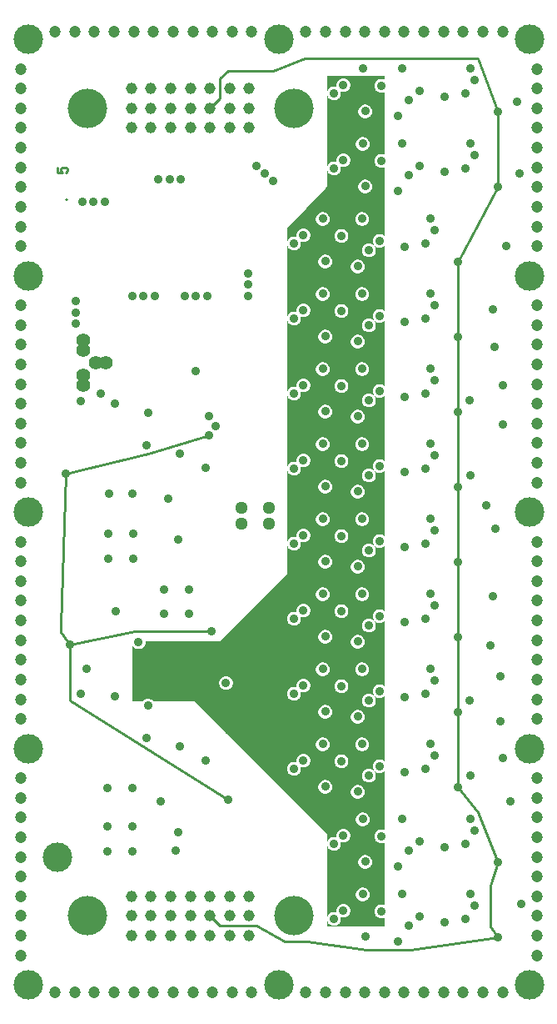
<source format=gbr>
G04 start of page 3 for group 1 idx 1 *
G04 Title: HETPREAMPS, signal *
G04 Creator: pcb 1.99z *
G04 CreationDate: Do 09 Apr 2015 07:40:17 GMT UTC *
G04 For: stephan *
G04 Format: Gerber/RS-274X *
G04 PCB-Dimensions (mil): 2952.76 4724.41 *
G04 PCB-Coordinate-Origin: lower left *
%MOIN*%
%FSLAX25Y25*%
%LNSIGNAL*%
%ADD53C,0.0236*%
%ADD52C,0.0256*%
%ADD51C,0.0240*%
%ADD50C,0.0276*%
%ADD49C,0.0866*%
%ADD48C,0.0157*%
%ADD47C,0.0550*%
%ADD46C,0.0512*%
%ADD45C,0.0354*%
%ADD44C,0.0553*%
%ADD43C,0.1181*%
%ADD42C,0.0472*%
%ADD41C,0.1575*%
%ADD40C,0.0453*%
%ADD39C,0.0098*%
%ADD38C,0.0100*%
%ADD37C,0.0098*%
%ADD36C,0.0001*%
G54D36*G36*
X190000Y410441D02*Y409156D01*
X189604Y409320D01*
X189182Y409421D01*
X188750Y409455D01*
X188318Y409421D01*
X187896Y409320D01*
X187495Y409154D01*
X187125Y408927D01*
X186795Y408646D01*
X186514Y408316D01*
X186287Y407946D01*
X186121Y407545D01*
X186020Y407123D01*
X185986Y406691D01*
X186020Y406258D01*
X186121Y405837D01*
X186287Y405436D01*
X186514Y405066D01*
X186795Y404736D01*
X187125Y404454D01*
X187495Y404228D01*
X187896Y404062D01*
X188318Y403961D01*
X188750Y403927D01*
X189182Y403961D01*
X189604Y404062D01*
X190000Y404226D01*
Y379156D01*
X189604Y379320D01*
X189182Y379421D01*
X188750Y379455D01*
X188318Y379421D01*
X187896Y379320D01*
X187495Y379154D01*
X187125Y378927D01*
X186795Y378646D01*
X186514Y378316D01*
X186287Y377946D01*
X186121Y377545D01*
X186020Y377123D01*
X185986Y376691D01*
X186020Y376258D01*
X186121Y375837D01*
X186287Y375436D01*
X186514Y375066D01*
X186795Y374736D01*
X187125Y374454D01*
X187495Y374228D01*
X187896Y374062D01*
X188318Y373961D01*
X188750Y373927D01*
X189182Y373961D01*
X189604Y374062D01*
X190000Y374226D01*
Y346593D01*
X189955Y346646D01*
X189625Y346927D01*
X189255Y347154D01*
X188854Y347320D01*
X188432Y347421D01*
X188000Y347455D01*
X187568Y347421D01*
X187146Y347320D01*
X186745Y347154D01*
X186375Y346927D01*
X186045Y346646D01*
X185764Y346316D01*
X185537Y345946D01*
X185371Y345545D01*
X185270Y345123D01*
X185236Y344691D01*
X185270Y344258D01*
X185371Y343837D01*
X185537Y343436D01*
X185764Y343066D01*
X186045Y342736D01*
X186375Y342454D01*
X186745Y342228D01*
X187146Y342062D01*
X187568Y341961D01*
X188000Y341927D01*
X188432Y341961D01*
X188854Y342062D01*
X189255Y342228D01*
X189625Y342454D01*
X189955Y342736D01*
X190000Y342789D01*
Y316593D01*
X189955Y316646D01*
X189625Y316927D01*
X189255Y317154D01*
X188854Y317320D01*
X188432Y317421D01*
X188000Y317455D01*
X187568Y317421D01*
X187146Y317320D01*
X186745Y317154D01*
X186375Y316927D01*
X186045Y316646D01*
X185764Y316316D01*
X185537Y315946D01*
X185371Y315545D01*
X185270Y315123D01*
X185236Y314691D01*
X185270Y314258D01*
X185371Y313837D01*
X185537Y313436D01*
X185764Y313066D01*
X186045Y312736D01*
X186375Y312454D01*
X186745Y312228D01*
X187146Y312062D01*
X187568Y311961D01*
X188000Y311927D01*
X188432Y311961D01*
X188854Y312062D01*
X189255Y312228D01*
X189625Y312454D01*
X189955Y312736D01*
X190000Y312789D01*
Y286593D01*
X189955Y286646D01*
X189625Y286927D01*
X189255Y287154D01*
X188854Y287320D01*
X188432Y287421D01*
X188000Y287455D01*
X187568Y287421D01*
X187146Y287320D01*
X186745Y287154D01*
X186375Y286927D01*
X186045Y286646D01*
X185764Y286316D01*
X185537Y285946D01*
X185371Y285545D01*
X185270Y285123D01*
X185236Y284691D01*
X185270Y284258D01*
X185371Y283837D01*
X185537Y283436D01*
X185764Y283066D01*
X186045Y282736D01*
X186375Y282454D01*
X186745Y282228D01*
X187146Y282062D01*
X187568Y281961D01*
X188000Y281927D01*
X188432Y281961D01*
X188854Y282062D01*
X189255Y282228D01*
X189625Y282454D01*
X189955Y282736D01*
X190000Y282789D01*
Y256593D01*
X189955Y256646D01*
X189625Y256927D01*
X189255Y257154D01*
X188854Y257320D01*
X188432Y257421D01*
X188000Y257455D01*
X187568Y257421D01*
X187146Y257320D01*
X186745Y257154D01*
X186375Y256927D01*
X186045Y256646D01*
X185764Y256316D01*
X185537Y255946D01*
X185371Y255545D01*
X185270Y255123D01*
X185236Y254691D01*
X185270Y254258D01*
X185371Y253837D01*
X185537Y253436D01*
X185764Y253066D01*
X186045Y252736D01*
X186375Y252454D01*
X186745Y252228D01*
X187146Y252062D01*
X187568Y251961D01*
X188000Y251927D01*
X188432Y251961D01*
X188854Y252062D01*
X189255Y252228D01*
X189625Y252454D01*
X189955Y252736D01*
X190000Y252789D01*
Y226593D01*
X189955Y226646D01*
X189625Y226927D01*
X189255Y227154D01*
X188854Y227320D01*
X188432Y227421D01*
X188000Y227455D01*
X187568Y227421D01*
X187146Y227320D01*
X186745Y227154D01*
X186375Y226927D01*
X186045Y226646D01*
X185764Y226316D01*
X185537Y225946D01*
X185371Y225545D01*
X185270Y225123D01*
X185236Y224691D01*
X185270Y224258D01*
X185371Y223837D01*
X185537Y223436D01*
X185764Y223066D01*
X186045Y222736D01*
X186375Y222454D01*
X186745Y222228D01*
X187146Y222062D01*
X187568Y221961D01*
X188000Y221927D01*
X188432Y221961D01*
X188854Y222062D01*
X189255Y222228D01*
X189625Y222454D01*
X189955Y222736D01*
X190000Y222789D01*
Y196593D01*
X189955Y196646D01*
X189625Y196927D01*
X189255Y197154D01*
X188854Y197320D01*
X188432Y197421D01*
X188000Y197455D01*
X187568Y197421D01*
X187146Y197320D01*
X186745Y197154D01*
X186375Y196927D01*
X186045Y196646D01*
X185764Y196316D01*
X185537Y195946D01*
X185371Y195545D01*
X185270Y195123D01*
X185236Y194691D01*
X185270Y194258D01*
X185371Y193837D01*
X185537Y193436D01*
X185764Y193066D01*
X186045Y192736D01*
X186375Y192454D01*
X186745Y192228D01*
X187146Y192062D01*
X187568Y191961D01*
X188000Y191927D01*
X188432Y191961D01*
X188854Y192062D01*
X189255Y192228D01*
X189625Y192454D01*
X189955Y192736D01*
X190000Y192789D01*
Y166593D01*
X189955Y166646D01*
X189625Y166927D01*
X189255Y167154D01*
X188854Y167320D01*
X188432Y167421D01*
X188000Y167455D01*
X187568Y167421D01*
X187146Y167320D01*
X186745Y167154D01*
X186375Y166927D01*
X186045Y166646D01*
X185764Y166316D01*
X185537Y165946D01*
X185371Y165545D01*
X185270Y165123D01*
X185236Y164691D01*
X185270Y164258D01*
X185371Y163837D01*
X185537Y163436D01*
X185764Y163066D01*
X186045Y162736D01*
X186375Y162454D01*
X186745Y162228D01*
X187146Y162062D01*
X187568Y161961D01*
X188000Y161927D01*
X188432Y161961D01*
X188854Y162062D01*
X189255Y162228D01*
X189625Y162454D01*
X189955Y162736D01*
X190000Y162789D01*
Y136593D01*
X189955Y136646D01*
X189625Y136927D01*
X189255Y137154D01*
X188854Y137320D01*
X188432Y137421D01*
X188000Y137455D01*
X187568Y137421D01*
X187146Y137320D01*
X186745Y137154D01*
X186375Y136927D01*
X186045Y136646D01*
X185764Y136316D01*
X185537Y135946D01*
X185371Y135545D01*
X185270Y135123D01*
X185236Y134691D01*
X185270Y134258D01*
X185371Y133837D01*
X185537Y133436D01*
X185764Y133066D01*
X186045Y132736D01*
X186375Y132454D01*
X186745Y132228D01*
X187146Y132062D01*
X187568Y131961D01*
X188000Y131927D01*
X188432Y131961D01*
X188854Y132062D01*
X189255Y132228D01*
X189625Y132454D01*
X189955Y132736D01*
X190000Y132789D01*
Y109156D01*
X189604Y109320D01*
X189182Y109421D01*
X188750Y109455D01*
X188318Y109421D01*
X187896Y109320D01*
X187495Y109154D01*
X187125Y108927D01*
X186795Y108646D01*
X186514Y108316D01*
X186287Y107946D01*
X186121Y107545D01*
X186020Y107123D01*
X185986Y106691D01*
X186020Y106258D01*
X186121Y105837D01*
X186287Y105436D01*
X186514Y105066D01*
X186795Y104736D01*
X187125Y104454D01*
X187495Y104228D01*
X187896Y104062D01*
X188318Y103961D01*
X188750Y103927D01*
X189182Y103961D01*
X189604Y104062D01*
X190000Y104226D01*
Y79156D01*
X189604Y79320D01*
X189182Y79421D01*
X188750Y79455D01*
X188318Y79421D01*
X187896Y79320D01*
X187495Y79154D01*
X187125Y78927D01*
X186795Y78646D01*
X186514Y78316D01*
X186287Y77946D01*
X186121Y77545D01*
X186020Y77123D01*
X185986Y76691D01*
X186020Y76258D01*
X186121Y75837D01*
X186287Y75436D01*
X186514Y75066D01*
X186795Y74736D01*
X187125Y74454D01*
X187495Y74228D01*
X187896Y74062D01*
X188318Y73961D01*
X188750Y73927D01*
X189182Y73961D01*
X189604Y74062D01*
X190000Y74226D01*
Y70441D01*
X183746D01*
Y82265D01*
X183879Y82587D01*
X183980Y83008D01*
X184006Y83441D01*
X183980Y83873D01*
X183879Y84295D01*
X183746Y84617D01*
Y94125D01*
X183875Y94204D01*
X184205Y94486D01*
X184486Y94816D01*
X184713Y95186D01*
X184879Y95587D01*
X184980Y96008D01*
X185006Y96441D01*
X184980Y96873D01*
X184879Y97295D01*
X184713Y97696D01*
X184486Y98066D01*
X184205Y98396D01*
X183875Y98677D01*
X183746Y98757D01*
Y112265D01*
X183879Y112587D01*
X183980Y113008D01*
X184006Y113441D01*
X183980Y113873D01*
X183879Y114295D01*
X183746Y114617D01*
Y128177D01*
X183750Y128177D01*
X184182Y128211D01*
X184604Y128312D01*
X185005Y128478D01*
X185375Y128704D01*
X185705Y128986D01*
X185986Y129316D01*
X186213Y129686D01*
X186379Y130087D01*
X186480Y130508D01*
X186506Y130941D01*
X186480Y131373D01*
X186379Y131795D01*
X186213Y132196D01*
X185986Y132566D01*
X185705Y132896D01*
X185375Y133177D01*
X185005Y133404D01*
X184604Y133570D01*
X184182Y133671D01*
X183750Y133705D01*
X183746Y133705D01*
Y143269D01*
X183756Y143441D01*
X183746Y143613D01*
Y158177D01*
X183750Y158177D01*
X184182Y158211D01*
X184604Y158312D01*
X185005Y158478D01*
X185375Y158704D01*
X185705Y158986D01*
X185986Y159316D01*
X186213Y159686D01*
X186379Y160087D01*
X186480Y160508D01*
X186506Y160941D01*
X186480Y161373D01*
X186379Y161795D01*
X186213Y162196D01*
X185986Y162566D01*
X185705Y162896D01*
X185375Y163177D01*
X185005Y163404D01*
X184604Y163570D01*
X184182Y163671D01*
X183750Y163705D01*
X183746Y163705D01*
Y173269D01*
X183756Y173441D01*
X183746Y173613D01*
Y188177D01*
X183750Y188177D01*
X184182Y188211D01*
X184604Y188312D01*
X185005Y188478D01*
X185375Y188704D01*
X185705Y188986D01*
X185986Y189316D01*
X186213Y189686D01*
X186379Y190087D01*
X186480Y190508D01*
X186506Y190941D01*
X186480Y191373D01*
X186379Y191795D01*
X186213Y192196D01*
X185986Y192566D01*
X185705Y192896D01*
X185375Y193177D01*
X185005Y193404D01*
X184604Y193570D01*
X184182Y193671D01*
X183750Y193705D01*
X183746Y193705D01*
Y203269D01*
X183756Y203441D01*
X183746Y203613D01*
Y218177D01*
X183750Y218177D01*
X184182Y218211D01*
X184604Y218312D01*
X185005Y218478D01*
X185375Y218704D01*
X185705Y218986D01*
X185986Y219316D01*
X186213Y219686D01*
X186379Y220087D01*
X186480Y220508D01*
X186506Y220941D01*
X186480Y221373D01*
X186379Y221795D01*
X186213Y222196D01*
X185986Y222566D01*
X185705Y222896D01*
X185375Y223177D01*
X185005Y223404D01*
X184604Y223570D01*
X184182Y223671D01*
X183750Y223705D01*
X183746Y223705D01*
Y233269D01*
X183756Y233441D01*
X183746Y233613D01*
Y248177D01*
X183750Y248177D01*
X184182Y248211D01*
X184604Y248312D01*
X185005Y248478D01*
X185375Y248704D01*
X185705Y248986D01*
X185986Y249316D01*
X186213Y249686D01*
X186379Y250087D01*
X186480Y250508D01*
X186506Y250941D01*
X186480Y251373D01*
X186379Y251795D01*
X186213Y252196D01*
X185986Y252566D01*
X185705Y252896D01*
X185375Y253177D01*
X185005Y253404D01*
X184604Y253570D01*
X184182Y253671D01*
X183750Y253705D01*
X183746Y253705D01*
Y263269D01*
X183756Y263441D01*
X183746Y263613D01*
Y278177D01*
X183750Y278177D01*
X184182Y278211D01*
X184604Y278312D01*
X185005Y278478D01*
X185375Y278704D01*
X185705Y278986D01*
X185986Y279316D01*
X186213Y279686D01*
X186379Y280087D01*
X186480Y280508D01*
X186506Y280941D01*
X186480Y281373D01*
X186379Y281795D01*
X186213Y282196D01*
X185986Y282566D01*
X185705Y282896D01*
X185375Y283177D01*
X185005Y283404D01*
X184604Y283570D01*
X184182Y283671D01*
X183750Y283705D01*
X183746Y283705D01*
Y293269D01*
X183756Y293441D01*
X183746Y293613D01*
Y308177D01*
X183750Y308177D01*
X184182Y308211D01*
X184604Y308312D01*
X185005Y308478D01*
X185375Y308704D01*
X185705Y308986D01*
X185986Y309316D01*
X186213Y309686D01*
X186379Y310087D01*
X186480Y310508D01*
X186506Y310941D01*
X186480Y311373D01*
X186379Y311795D01*
X186213Y312196D01*
X185986Y312566D01*
X185705Y312896D01*
X185375Y313177D01*
X185005Y313404D01*
X184604Y313570D01*
X184182Y313671D01*
X183750Y313705D01*
X183746Y313705D01*
Y323269D01*
X183756Y323441D01*
X183746Y323613D01*
Y338177D01*
X183750Y338177D01*
X184182Y338211D01*
X184604Y338312D01*
X185005Y338478D01*
X185375Y338704D01*
X185705Y338986D01*
X185986Y339316D01*
X186213Y339686D01*
X186379Y340087D01*
X186480Y340508D01*
X186506Y340941D01*
X186480Y341373D01*
X186379Y341795D01*
X186213Y342196D01*
X185986Y342566D01*
X185705Y342896D01*
X185375Y343177D01*
X185005Y343404D01*
X184604Y343570D01*
X184182Y343671D01*
X183750Y343705D01*
X183746Y343705D01*
Y353269D01*
X183756Y353441D01*
X183746Y353613D01*
Y364125D01*
X183875Y364204D01*
X184205Y364486D01*
X184486Y364816D01*
X184713Y365186D01*
X184879Y365587D01*
X184980Y366008D01*
X185006Y366441D01*
X184980Y366873D01*
X184879Y367295D01*
X184713Y367696D01*
X184486Y368066D01*
X184205Y368396D01*
X183875Y368677D01*
X183746Y368757D01*
Y382265D01*
X183879Y382587D01*
X183980Y383008D01*
X184006Y383441D01*
X183980Y383873D01*
X183879Y384295D01*
X183746Y384617D01*
Y394125D01*
X183875Y394204D01*
X184205Y394486D01*
X184486Y394816D01*
X184713Y395186D01*
X184879Y395587D01*
X184980Y396008D01*
X185006Y396441D01*
X184980Y396873D01*
X184879Y397295D01*
X184713Y397696D01*
X184486Y398066D01*
X184205Y398396D01*
X183875Y398677D01*
X183746Y398757D01*
Y410441D01*
X190000D01*
G37*
G36*
X179246Y111544D02*X179295Y111486D01*
X179625Y111204D01*
X179995Y110978D01*
X180396Y110812D01*
X180818Y110711D01*
X181250Y110677D01*
X181682Y110711D01*
X182104Y110812D01*
X182505Y110978D01*
X182875Y111204D01*
X183205Y111486D01*
X183486Y111816D01*
X183713Y112186D01*
X183746Y112265D01*
Y98757D01*
X183505Y98904D01*
X183104Y99070D01*
X182682Y99171D01*
X182250Y99205D01*
X181818Y99171D01*
X181396Y99070D01*
X180995Y98904D01*
X180625Y98677D01*
X180295Y98396D01*
X180014Y98066D01*
X179787Y97696D01*
X179621Y97295D01*
X179520Y96873D01*
X179486Y96441D01*
X179520Y96008D01*
X179621Y95587D01*
X179787Y95186D01*
X180014Y94816D01*
X180295Y94486D01*
X180625Y94204D01*
X180995Y93978D01*
X181396Y93812D01*
X181818Y93711D01*
X182250Y93677D01*
X182682Y93711D01*
X183104Y93812D01*
X183505Y93978D01*
X183746Y94125D01*
Y84617D01*
X183713Y84696D01*
X183486Y85066D01*
X183205Y85396D01*
X182875Y85677D01*
X182505Y85904D01*
X182104Y86070D01*
X181682Y86171D01*
X181250Y86205D01*
X180818Y86171D01*
X180396Y86070D01*
X179995Y85904D01*
X179625Y85677D01*
X179295Y85396D01*
X179246Y85338D01*
Y111544D01*
G37*
G36*
Y141315D02*X179375Y141204D01*
X179745Y140978D01*
X180146Y140812D01*
X180568Y140711D01*
X181000Y140677D01*
X181432Y140711D01*
X181854Y140812D01*
X182255Y140978D01*
X182625Y141204D01*
X182955Y141486D01*
X183236Y141816D01*
X183463Y142186D01*
X183629Y142587D01*
X183730Y143008D01*
X183746Y143269D01*
Y133705D01*
X183318Y133671D01*
X182896Y133570D01*
X182495Y133404D01*
X182125Y133177D01*
X181795Y132896D01*
X181514Y132566D01*
X181287Y132196D01*
X181121Y131795D01*
X181020Y131373D01*
X180986Y130941D01*
X181020Y130508D01*
X181121Y130087D01*
X181287Y129686D01*
X181514Y129316D01*
X181795Y128986D01*
X182125Y128704D01*
X182495Y128478D01*
X182896Y128312D01*
X183318Y128211D01*
X183746Y128177D01*
Y114617D01*
X183713Y114696D01*
X183486Y115066D01*
X183205Y115396D01*
X182875Y115677D01*
X182505Y115904D01*
X182104Y116070D01*
X181682Y116171D01*
X181250Y116205D01*
X180818Y116171D01*
X180396Y116070D01*
X179995Y115904D01*
X179625Y115677D01*
X179295Y115396D01*
X179246Y115338D01*
Y121677D01*
X179250Y121677D01*
X179682Y121711D01*
X180104Y121812D01*
X180505Y121978D01*
X180875Y122204D01*
X181205Y122486D01*
X181486Y122816D01*
X181713Y123186D01*
X181879Y123587D01*
X181980Y124008D01*
X182006Y124441D01*
X181980Y124873D01*
X181879Y125295D01*
X181713Y125696D01*
X181486Y126066D01*
X181205Y126396D01*
X180875Y126677D01*
X180505Y126904D01*
X180104Y127070D01*
X179682Y127171D01*
X179250Y127205D01*
X179246Y127205D01*
Y141315D01*
G37*
G36*
Y171315D02*X179375Y171204D01*
X179745Y170978D01*
X180146Y170812D01*
X180568Y170711D01*
X181000Y170677D01*
X181432Y170711D01*
X181854Y170812D01*
X182255Y170978D01*
X182625Y171204D01*
X182955Y171486D01*
X183236Y171816D01*
X183463Y172186D01*
X183629Y172587D01*
X183730Y173008D01*
X183746Y173269D01*
Y163705D01*
X183318Y163671D01*
X182896Y163570D01*
X182495Y163404D01*
X182125Y163177D01*
X181795Y162896D01*
X181514Y162566D01*
X181287Y162196D01*
X181121Y161795D01*
X181020Y161373D01*
X180986Y160941D01*
X181020Y160508D01*
X181121Y160087D01*
X181287Y159686D01*
X181514Y159316D01*
X181795Y158986D01*
X182125Y158704D01*
X182495Y158478D01*
X182896Y158312D01*
X183318Y158211D01*
X183746Y158177D01*
Y143613D01*
X183730Y143873D01*
X183629Y144295D01*
X183463Y144696D01*
X183236Y145066D01*
X182955Y145396D01*
X182625Y145677D01*
X182255Y145904D01*
X181854Y146070D01*
X181432Y146171D01*
X181000Y146205D01*
X180568Y146171D01*
X180146Y146070D01*
X179745Y145904D01*
X179375Y145677D01*
X179246Y145567D01*
Y151677D01*
X179250Y151677D01*
X179682Y151711D01*
X180104Y151812D01*
X180505Y151978D01*
X180875Y152204D01*
X181205Y152486D01*
X181486Y152816D01*
X181713Y153186D01*
X181879Y153587D01*
X181980Y154008D01*
X182006Y154441D01*
X181980Y154873D01*
X181879Y155295D01*
X181713Y155696D01*
X181486Y156066D01*
X181205Y156396D01*
X180875Y156677D01*
X180505Y156904D01*
X180104Y157070D01*
X179682Y157171D01*
X179250Y157205D01*
X179246Y157205D01*
Y171315D01*
G37*
G36*
Y201315D02*X179375Y201204D01*
X179745Y200978D01*
X180146Y200812D01*
X180568Y200711D01*
X181000Y200677D01*
X181432Y200711D01*
X181854Y200812D01*
X182255Y200978D01*
X182625Y201204D01*
X182955Y201486D01*
X183236Y201816D01*
X183463Y202186D01*
X183629Y202587D01*
X183730Y203008D01*
X183746Y203269D01*
Y193705D01*
X183318Y193671D01*
X182896Y193570D01*
X182495Y193404D01*
X182125Y193177D01*
X181795Y192896D01*
X181514Y192566D01*
X181287Y192196D01*
X181121Y191795D01*
X181020Y191373D01*
X180986Y190941D01*
X181020Y190508D01*
X181121Y190087D01*
X181287Y189686D01*
X181514Y189316D01*
X181795Y188986D01*
X182125Y188704D01*
X182495Y188478D01*
X182896Y188312D01*
X183318Y188211D01*
X183746Y188177D01*
Y173613D01*
X183730Y173873D01*
X183629Y174295D01*
X183463Y174696D01*
X183236Y175066D01*
X182955Y175396D01*
X182625Y175677D01*
X182255Y175904D01*
X181854Y176070D01*
X181432Y176171D01*
X181000Y176205D01*
X180568Y176171D01*
X180146Y176070D01*
X179745Y175904D01*
X179375Y175677D01*
X179246Y175567D01*
Y181677D01*
X179250Y181677D01*
X179682Y181711D01*
X180104Y181812D01*
X180505Y181978D01*
X180875Y182204D01*
X181205Y182486D01*
X181486Y182816D01*
X181713Y183186D01*
X181879Y183587D01*
X181980Y184008D01*
X182006Y184441D01*
X181980Y184873D01*
X181879Y185295D01*
X181713Y185696D01*
X181486Y186066D01*
X181205Y186396D01*
X180875Y186677D01*
X180505Y186904D01*
X180104Y187070D01*
X179682Y187171D01*
X179250Y187205D01*
X179246Y187205D01*
Y201315D01*
G37*
G36*
Y231315D02*X179375Y231204D01*
X179745Y230978D01*
X180146Y230812D01*
X180568Y230711D01*
X181000Y230677D01*
X181432Y230711D01*
X181854Y230812D01*
X182255Y230978D01*
X182625Y231204D01*
X182955Y231486D01*
X183236Y231816D01*
X183463Y232186D01*
X183629Y232587D01*
X183730Y233008D01*
X183746Y233269D01*
Y223705D01*
X183318Y223671D01*
X182896Y223570D01*
X182495Y223404D01*
X182125Y223177D01*
X181795Y222896D01*
X181514Y222566D01*
X181287Y222196D01*
X181121Y221795D01*
X181020Y221373D01*
X180986Y220941D01*
X181020Y220508D01*
X181121Y220087D01*
X181287Y219686D01*
X181514Y219316D01*
X181795Y218986D01*
X182125Y218704D01*
X182495Y218478D01*
X182896Y218312D01*
X183318Y218211D01*
X183746Y218177D01*
Y203613D01*
X183730Y203873D01*
X183629Y204295D01*
X183463Y204696D01*
X183236Y205066D01*
X182955Y205396D01*
X182625Y205677D01*
X182255Y205904D01*
X181854Y206070D01*
X181432Y206171D01*
X181000Y206205D01*
X180568Y206171D01*
X180146Y206070D01*
X179745Y205904D01*
X179375Y205677D01*
X179246Y205567D01*
Y211677D01*
X179250Y211677D01*
X179682Y211711D01*
X180104Y211812D01*
X180505Y211978D01*
X180875Y212204D01*
X181205Y212486D01*
X181486Y212816D01*
X181713Y213186D01*
X181879Y213587D01*
X181980Y214008D01*
X182006Y214441D01*
X181980Y214873D01*
X181879Y215295D01*
X181713Y215696D01*
X181486Y216066D01*
X181205Y216396D01*
X180875Y216677D01*
X180505Y216904D01*
X180104Y217070D01*
X179682Y217171D01*
X179250Y217205D01*
X179246Y217205D01*
Y231315D01*
G37*
G36*
Y261315D02*X179375Y261204D01*
X179745Y260978D01*
X180146Y260812D01*
X180568Y260711D01*
X181000Y260677D01*
X181432Y260711D01*
X181854Y260812D01*
X182255Y260978D01*
X182625Y261204D01*
X182955Y261486D01*
X183236Y261816D01*
X183463Y262186D01*
X183629Y262587D01*
X183730Y263008D01*
X183746Y263269D01*
Y253705D01*
X183318Y253671D01*
X182896Y253570D01*
X182495Y253404D01*
X182125Y253177D01*
X181795Y252896D01*
X181514Y252566D01*
X181287Y252196D01*
X181121Y251795D01*
X181020Y251373D01*
X180986Y250941D01*
X181020Y250508D01*
X181121Y250087D01*
X181287Y249686D01*
X181514Y249316D01*
X181795Y248986D01*
X182125Y248704D01*
X182495Y248478D01*
X182896Y248312D01*
X183318Y248211D01*
X183746Y248177D01*
Y233613D01*
X183730Y233873D01*
X183629Y234295D01*
X183463Y234696D01*
X183236Y235066D01*
X182955Y235396D01*
X182625Y235677D01*
X182255Y235904D01*
X181854Y236070D01*
X181432Y236171D01*
X181000Y236205D01*
X180568Y236171D01*
X180146Y236070D01*
X179745Y235904D01*
X179375Y235677D01*
X179246Y235567D01*
Y241677D01*
X179250Y241677D01*
X179682Y241711D01*
X180104Y241812D01*
X180505Y241978D01*
X180875Y242204D01*
X181205Y242486D01*
X181486Y242816D01*
X181713Y243186D01*
X181879Y243587D01*
X181980Y244008D01*
X182006Y244441D01*
X181980Y244873D01*
X181879Y245295D01*
X181713Y245696D01*
X181486Y246066D01*
X181205Y246396D01*
X180875Y246677D01*
X180505Y246904D01*
X180104Y247070D01*
X179682Y247171D01*
X179250Y247205D01*
X179246Y247205D01*
Y261315D01*
G37*
G36*
Y291315D02*X179375Y291204D01*
X179745Y290978D01*
X180146Y290812D01*
X180568Y290711D01*
X181000Y290677D01*
X181432Y290711D01*
X181854Y290812D01*
X182255Y290978D01*
X182625Y291204D01*
X182955Y291486D01*
X183236Y291816D01*
X183463Y292186D01*
X183629Y292587D01*
X183730Y293008D01*
X183746Y293269D01*
Y283705D01*
X183318Y283671D01*
X182896Y283570D01*
X182495Y283404D01*
X182125Y283177D01*
X181795Y282896D01*
X181514Y282566D01*
X181287Y282196D01*
X181121Y281795D01*
X181020Y281373D01*
X180986Y280941D01*
X181020Y280508D01*
X181121Y280087D01*
X181287Y279686D01*
X181514Y279316D01*
X181795Y278986D01*
X182125Y278704D01*
X182495Y278478D01*
X182896Y278312D01*
X183318Y278211D01*
X183746Y278177D01*
Y263613D01*
X183730Y263873D01*
X183629Y264295D01*
X183463Y264696D01*
X183236Y265066D01*
X182955Y265396D01*
X182625Y265677D01*
X182255Y265904D01*
X181854Y266070D01*
X181432Y266171D01*
X181000Y266205D01*
X180568Y266171D01*
X180146Y266070D01*
X179745Y265904D01*
X179375Y265677D01*
X179246Y265567D01*
Y271677D01*
X179250Y271677D01*
X179682Y271711D01*
X180104Y271812D01*
X180505Y271978D01*
X180875Y272204D01*
X181205Y272486D01*
X181486Y272816D01*
X181713Y273186D01*
X181879Y273587D01*
X181980Y274008D01*
X182006Y274441D01*
X181980Y274873D01*
X181879Y275295D01*
X181713Y275696D01*
X181486Y276066D01*
X181205Y276396D01*
X180875Y276677D01*
X180505Y276904D01*
X180104Y277070D01*
X179682Y277171D01*
X179250Y277205D01*
X179246Y277205D01*
Y291315D01*
G37*
G36*
Y321315D02*X179375Y321204D01*
X179745Y320978D01*
X180146Y320812D01*
X180568Y320711D01*
X181000Y320677D01*
X181432Y320711D01*
X181854Y320812D01*
X182255Y320978D01*
X182625Y321204D01*
X182955Y321486D01*
X183236Y321816D01*
X183463Y322186D01*
X183629Y322587D01*
X183730Y323008D01*
X183746Y323269D01*
Y313705D01*
X183318Y313671D01*
X182896Y313570D01*
X182495Y313404D01*
X182125Y313177D01*
X181795Y312896D01*
X181514Y312566D01*
X181287Y312196D01*
X181121Y311795D01*
X181020Y311373D01*
X180986Y310941D01*
X181020Y310508D01*
X181121Y310087D01*
X181287Y309686D01*
X181514Y309316D01*
X181795Y308986D01*
X182125Y308704D01*
X182495Y308478D01*
X182896Y308312D01*
X183318Y308211D01*
X183746Y308177D01*
Y293613D01*
X183730Y293873D01*
X183629Y294295D01*
X183463Y294696D01*
X183236Y295066D01*
X182955Y295396D01*
X182625Y295677D01*
X182255Y295904D01*
X181854Y296070D01*
X181432Y296171D01*
X181000Y296205D01*
X180568Y296171D01*
X180146Y296070D01*
X179745Y295904D01*
X179375Y295677D01*
X179246Y295567D01*
Y301677D01*
X179250Y301677D01*
X179682Y301711D01*
X180104Y301812D01*
X180505Y301978D01*
X180875Y302204D01*
X181205Y302486D01*
X181486Y302816D01*
X181713Y303186D01*
X181879Y303587D01*
X181980Y304008D01*
X182006Y304441D01*
X181980Y304873D01*
X181879Y305295D01*
X181713Y305696D01*
X181486Y306066D01*
X181205Y306396D01*
X180875Y306677D01*
X180505Y306904D01*
X180104Y307070D01*
X179682Y307171D01*
X179250Y307205D01*
X179246Y307205D01*
Y321315D01*
G37*
G36*
Y351315D02*X179375Y351204D01*
X179745Y350978D01*
X180146Y350812D01*
X180568Y350711D01*
X181000Y350677D01*
X181432Y350711D01*
X181854Y350812D01*
X182255Y350978D01*
X182625Y351204D01*
X182955Y351486D01*
X183236Y351816D01*
X183463Y352186D01*
X183629Y352587D01*
X183730Y353008D01*
X183746Y353269D01*
Y343705D01*
X183318Y343671D01*
X182896Y343570D01*
X182495Y343404D01*
X182125Y343177D01*
X181795Y342896D01*
X181514Y342566D01*
X181287Y342196D01*
X181121Y341795D01*
X181020Y341373D01*
X180986Y340941D01*
X181020Y340508D01*
X181121Y340087D01*
X181287Y339686D01*
X181514Y339316D01*
X181795Y338986D01*
X182125Y338704D01*
X182495Y338478D01*
X182896Y338312D01*
X183318Y338211D01*
X183746Y338177D01*
Y323613D01*
X183730Y323873D01*
X183629Y324295D01*
X183463Y324696D01*
X183236Y325066D01*
X182955Y325396D01*
X182625Y325677D01*
X182255Y325904D01*
X181854Y326070D01*
X181432Y326171D01*
X181000Y326205D01*
X180568Y326171D01*
X180146Y326070D01*
X179745Y325904D01*
X179375Y325677D01*
X179246Y325567D01*
Y331677D01*
X179250Y331677D01*
X179682Y331711D01*
X180104Y331812D01*
X180505Y331978D01*
X180875Y332204D01*
X181205Y332486D01*
X181486Y332816D01*
X181713Y333186D01*
X181879Y333587D01*
X181980Y334008D01*
X182006Y334441D01*
X181980Y334873D01*
X181879Y335295D01*
X181713Y335696D01*
X181486Y336066D01*
X181205Y336396D01*
X180875Y336677D01*
X180505Y336904D01*
X180104Y337070D01*
X179682Y337171D01*
X179250Y337205D01*
X179246Y337205D01*
Y351315D01*
G37*
G36*
Y381544D02*X179295Y381486D01*
X179625Y381204D01*
X179995Y380978D01*
X180396Y380812D01*
X180818Y380711D01*
X181250Y380677D01*
X181682Y380711D01*
X182104Y380812D01*
X182505Y380978D01*
X182875Y381204D01*
X183205Y381486D01*
X183486Y381816D01*
X183713Y382186D01*
X183746Y382265D01*
Y368757D01*
X183505Y368904D01*
X183104Y369070D01*
X182682Y369171D01*
X182250Y369205D01*
X181818Y369171D01*
X181396Y369070D01*
X180995Y368904D01*
X180625Y368677D01*
X180295Y368396D01*
X180014Y368066D01*
X179787Y367696D01*
X179621Y367295D01*
X179520Y366873D01*
X179486Y366441D01*
X179520Y366008D01*
X179621Y365587D01*
X179787Y365186D01*
X180014Y364816D01*
X180295Y364486D01*
X180625Y364204D01*
X180995Y363978D01*
X181396Y363812D01*
X181818Y363711D01*
X182250Y363677D01*
X182682Y363711D01*
X183104Y363812D01*
X183505Y363978D01*
X183746Y364125D01*
Y353613D01*
X183730Y353873D01*
X183629Y354295D01*
X183463Y354696D01*
X183236Y355066D01*
X182955Y355396D01*
X182625Y355677D01*
X182255Y355904D01*
X181854Y356070D01*
X181432Y356171D01*
X181000Y356205D01*
X180568Y356171D01*
X180146Y356070D01*
X179745Y355904D01*
X179375Y355677D01*
X179246Y355567D01*
Y381544D01*
G37*
G36*
Y410441D02*X183746D01*
Y398757D01*
X183505Y398904D01*
X183104Y399070D01*
X182682Y399171D01*
X182250Y399205D01*
X181818Y399171D01*
X181396Y399070D01*
X180995Y398904D01*
X180625Y398677D01*
X180295Y398396D01*
X180014Y398066D01*
X179787Y397696D01*
X179621Y397295D01*
X179520Y396873D01*
X179486Y396441D01*
X179520Y396008D01*
X179621Y395587D01*
X179787Y395186D01*
X180014Y394816D01*
X180295Y394486D01*
X180625Y394204D01*
X180995Y393978D01*
X181396Y393812D01*
X181818Y393711D01*
X182250Y393677D01*
X182682Y393711D01*
X183104Y393812D01*
X183505Y393978D01*
X183746Y394125D01*
Y384617D01*
X183713Y384696D01*
X183486Y385066D01*
X183205Y385396D01*
X182875Y385677D01*
X182505Y385904D01*
X182104Y386070D01*
X181682Y386171D01*
X181250Y386205D01*
X180818Y386171D01*
X180396Y386070D01*
X179995Y385904D01*
X179625Y385677D01*
X179295Y385396D01*
X179246Y385338D01*
Y410441D01*
G37*
G36*
X183746Y70441D02*X179246D01*
Y81544D01*
X179295Y81486D01*
X179625Y81204D01*
X179995Y80978D01*
X180396Y80812D01*
X180818Y80711D01*
X181250Y80677D01*
X181682Y80711D01*
X182104Y80812D01*
X182505Y80978D01*
X182875Y81204D01*
X183205Y81486D01*
X183486Y81816D01*
X183713Y82186D01*
X183746Y82265D01*
Y70441D01*
G37*
G36*
X179246D02*X172746D01*
Y74288D01*
X173068Y74211D01*
X173500Y74177D01*
X173932Y74211D01*
X174354Y74312D01*
X174755Y74478D01*
X175125Y74704D01*
X175455Y74986D01*
X175736Y75316D01*
X175963Y75686D01*
X176129Y76087D01*
X176230Y76508D01*
X176256Y76941D01*
X176230Y77373D01*
X176129Y77795D01*
X175963Y78196D01*
X175736Y78566D01*
X175455Y78896D01*
X175125Y79177D01*
X174755Y79404D01*
X174354Y79570D01*
X173932Y79671D01*
X173500Y79705D01*
X173068Y79671D01*
X172746Y79594D01*
Y104288D01*
X173068Y104211D01*
X173500Y104177D01*
X173932Y104211D01*
X174354Y104312D01*
X174755Y104478D01*
X175125Y104704D01*
X175455Y104986D01*
X175736Y105316D01*
X175963Y105686D01*
X176129Y106087D01*
X176230Y106508D01*
X176256Y106941D01*
X176230Y107373D01*
X176129Y107795D01*
X175963Y108196D01*
X175736Y108566D01*
X175455Y108896D01*
X175125Y109177D01*
X174755Y109404D01*
X174354Y109570D01*
X173932Y109671D01*
X173500Y109705D01*
X173068Y109671D01*
X172746Y109594D01*
Y133927D01*
X172750Y133927D01*
X173182Y133961D01*
X173604Y134062D01*
X174005Y134228D01*
X174375Y134454D01*
X174705Y134736D01*
X174986Y135066D01*
X175213Y135436D01*
X175379Y135837D01*
X175480Y136258D01*
X175506Y136691D01*
X175480Y137123D01*
X175379Y137545D01*
X175213Y137946D01*
X174986Y138316D01*
X174705Y138646D01*
X174375Y138927D01*
X174005Y139154D01*
X173604Y139320D01*
X173182Y139421D01*
X172750Y139455D01*
X172746Y139455D01*
Y163927D01*
X172750Y163927D01*
X173182Y163961D01*
X173604Y164062D01*
X174005Y164228D01*
X174375Y164454D01*
X174705Y164736D01*
X174986Y165066D01*
X175213Y165436D01*
X175379Y165837D01*
X175480Y166258D01*
X175506Y166691D01*
X175480Y167123D01*
X175379Y167545D01*
X175213Y167946D01*
X174986Y168316D01*
X174705Y168646D01*
X174375Y168927D01*
X174005Y169154D01*
X173604Y169320D01*
X173182Y169421D01*
X172750Y169455D01*
X172746Y169455D01*
Y193927D01*
X172750Y193927D01*
X173182Y193961D01*
X173604Y194062D01*
X174005Y194228D01*
X174375Y194454D01*
X174705Y194736D01*
X174986Y195066D01*
X175213Y195436D01*
X175379Y195837D01*
X175480Y196258D01*
X175506Y196691D01*
X175480Y197123D01*
X175379Y197545D01*
X175213Y197946D01*
X174986Y198316D01*
X174705Y198646D01*
X174375Y198927D01*
X174005Y199154D01*
X173604Y199320D01*
X173182Y199421D01*
X172750Y199455D01*
X172746Y199455D01*
Y223927D01*
X172750Y223927D01*
X173182Y223961D01*
X173604Y224062D01*
X174005Y224228D01*
X174375Y224454D01*
X174705Y224736D01*
X174986Y225066D01*
X175213Y225436D01*
X175379Y225837D01*
X175480Y226258D01*
X175506Y226691D01*
X175480Y227123D01*
X175379Y227545D01*
X175213Y227946D01*
X174986Y228316D01*
X174705Y228646D01*
X174375Y228927D01*
X174005Y229154D01*
X173604Y229320D01*
X173182Y229421D01*
X172750Y229455D01*
X172746Y229455D01*
Y253927D01*
X172750Y253927D01*
X173182Y253961D01*
X173604Y254062D01*
X174005Y254228D01*
X174375Y254454D01*
X174705Y254736D01*
X174986Y255066D01*
X175213Y255436D01*
X175379Y255837D01*
X175480Y256258D01*
X175506Y256691D01*
X175480Y257123D01*
X175379Y257545D01*
X175213Y257946D01*
X174986Y258316D01*
X174705Y258646D01*
X174375Y258927D01*
X174005Y259154D01*
X173604Y259320D01*
X173182Y259421D01*
X172750Y259455D01*
X172746Y259455D01*
Y283927D01*
X172750Y283927D01*
X173182Y283961D01*
X173604Y284062D01*
X174005Y284228D01*
X174375Y284454D01*
X174705Y284736D01*
X174986Y285066D01*
X175213Y285436D01*
X175379Y285837D01*
X175480Y286258D01*
X175506Y286691D01*
X175480Y287123D01*
X175379Y287545D01*
X175213Y287946D01*
X174986Y288316D01*
X174705Y288646D01*
X174375Y288927D01*
X174005Y289154D01*
X173604Y289320D01*
X173182Y289421D01*
X172750Y289455D01*
X172746Y289455D01*
Y313927D01*
X172750Y313927D01*
X173182Y313961D01*
X173604Y314062D01*
X174005Y314228D01*
X174375Y314454D01*
X174705Y314736D01*
X174986Y315066D01*
X175213Y315436D01*
X175379Y315837D01*
X175480Y316258D01*
X175506Y316691D01*
X175480Y317123D01*
X175379Y317545D01*
X175213Y317946D01*
X174986Y318316D01*
X174705Y318646D01*
X174375Y318927D01*
X174005Y319154D01*
X173604Y319320D01*
X173182Y319421D01*
X172750Y319455D01*
X172746Y319455D01*
Y343927D01*
X172750Y343927D01*
X173182Y343961D01*
X173604Y344062D01*
X174005Y344228D01*
X174375Y344454D01*
X174705Y344736D01*
X174986Y345066D01*
X175213Y345436D01*
X175379Y345837D01*
X175480Y346258D01*
X175506Y346691D01*
X175480Y347123D01*
X175379Y347545D01*
X175213Y347946D01*
X174986Y348316D01*
X174705Y348646D01*
X174375Y348927D01*
X174005Y349154D01*
X173604Y349320D01*
X173182Y349421D01*
X172750Y349455D01*
X172746Y349455D01*
Y374288D01*
X173068Y374211D01*
X173500Y374177D01*
X173932Y374211D01*
X174354Y374312D01*
X174755Y374478D01*
X175125Y374704D01*
X175455Y374986D01*
X175736Y375316D01*
X175963Y375686D01*
X176129Y376087D01*
X176230Y376508D01*
X176256Y376941D01*
X176230Y377373D01*
X176129Y377795D01*
X175963Y378196D01*
X175736Y378566D01*
X175455Y378896D01*
X175125Y379177D01*
X174755Y379404D01*
X174354Y379570D01*
X173932Y379671D01*
X173500Y379705D01*
X173068Y379671D01*
X172746Y379594D01*
Y404288D01*
X173068Y404211D01*
X173500Y404177D01*
X173932Y404211D01*
X174354Y404312D01*
X174755Y404478D01*
X175125Y404704D01*
X175455Y404986D01*
X175736Y405316D01*
X175963Y405686D01*
X176129Y406087D01*
X176230Y406508D01*
X176256Y406941D01*
X176230Y407373D01*
X176129Y407795D01*
X175963Y408196D01*
X175736Y408566D01*
X175455Y408896D01*
X175125Y409177D01*
X174755Y409404D01*
X174354Y409570D01*
X173932Y409671D01*
X173500Y409705D01*
X173068Y409671D01*
X172746Y409594D01*
Y410441D01*
X179246D01*
Y385338D01*
X179014Y385066D01*
X178787Y384696D01*
X178621Y384295D01*
X178520Y383873D01*
X178486Y383441D01*
X178520Y383008D01*
X178621Y382587D01*
X178787Y382186D01*
X179014Y381816D01*
X179246Y381544D01*
Y355567D01*
X179045Y355396D01*
X178764Y355066D01*
X178537Y354696D01*
X178371Y354295D01*
X178270Y353873D01*
X178236Y353441D01*
X178270Y353008D01*
X178371Y352587D01*
X178537Y352186D01*
X178764Y351816D01*
X179045Y351486D01*
X179246Y351315D01*
Y337205D01*
X178818Y337171D01*
X178396Y337070D01*
X177995Y336904D01*
X177625Y336677D01*
X177295Y336396D01*
X177014Y336066D01*
X176787Y335696D01*
X176621Y335295D01*
X176520Y334873D01*
X176486Y334441D01*
X176520Y334008D01*
X176621Y333587D01*
X176787Y333186D01*
X177014Y332816D01*
X177295Y332486D01*
X177625Y332204D01*
X177995Y331978D01*
X178396Y331812D01*
X178818Y331711D01*
X179246Y331677D01*
Y325567D01*
X179045Y325396D01*
X178764Y325066D01*
X178537Y324696D01*
X178371Y324295D01*
X178270Y323873D01*
X178236Y323441D01*
X178270Y323008D01*
X178371Y322587D01*
X178537Y322186D01*
X178764Y321816D01*
X179045Y321486D01*
X179246Y321315D01*
Y307205D01*
X178818Y307171D01*
X178396Y307070D01*
X177995Y306904D01*
X177625Y306677D01*
X177295Y306396D01*
X177014Y306066D01*
X176787Y305696D01*
X176621Y305295D01*
X176520Y304873D01*
X176486Y304441D01*
X176520Y304008D01*
X176621Y303587D01*
X176787Y303186D01*
X177014Y302816D01*
X177295Y302486D01*
X177625Y302204D01*
X177995Y301978D01*
X178396Y301812D01*
X178818Y301711D01*
X179246Y301677D01*
Y295567D01*
X179045Y295396D01*
X178764Y295066D01*
X178537Y294696D01*
X178371Y294295D01*
X178270Y293873D01*
X178236Y293441D01*
X178270Y293008D01*
X178371Y292587D01*
X178537Y292186D01*
X178764Y291816D01*
X179045Y291486D01*
X179246Y291315D01*
Y277205D01*
X178818Y277171D01*
X178396Y277070D01*
X177995Y276904D01*
X177625Y276677D01*
X177295Y276396D01*
X177014Y276066D01*
X176787Y275696D01*
X176621Y275295D01*
X176520Y274873D01*
X176486Y274441D01*
X176520Y274008D01*
X176621Y273587D01*
X176787Y273186D01*
X177014Y272816D01*
X177295Y272486D01*
X177625Y272204D01*
X177995Y271978D01*
X178396Y271812D01*
X178818Y271711D01*
X179246Y271677D01*
Y265567D01*
X179045Y265396D01*
X178764Y265066D01*
X178537Y264696D01*
X178371Y264295D01*
X178270Y263873D01*
X178236Y263441D01*
X178270Y263008D01*
X178371Y262587D01*
X178537Y262186D01*
X178764Y261816D01*
X179045Y261486D01*
X179246Y261315D01*
Y247205D01*
X178818Y247171D01*
X178396Y247070D01*
X177995Y246904D01*
X177625Y246677D01*
X177295Y246396D01*
X177014Y246066D01*
X176787Y245696D01*
X176621Y245295D01*
X176520Y244873D01*
X176486Y244441D01*
X176520Y244008D01*
X176621Y243587D01*
X176787Y243186D01*
X177014Y242816D01*
X177295Y242486D01*
X177625Y242204D01*
X177995Y241978D01*
X178396Y241812D01*
X178818Y241711D01*
X179246Y241677D01*
Y235567D01*
X179045Y235396D01*
X178764Y235066D01*
X178537Y234696D01*
X178371Y234295D01*
X178270Y233873D01*
X178236Y233441D01*
X178270Y233008D01*
X178371Y232587D01*
X178537Y232186D01*
X178764Y231816D01*
X179045Y231486D01*
X179246Y231315D01*
Y217205D01*
X178818Y217171D01*
X178396Y217070D01*
X177995Y216904D01*
X177625Y216677D01*
X177295Y216396D01*
X177014Y216066D01*
X176787Y215696D01*
X176621Y215295D01*
X176520Y214873D01*
X176486Y214441D01*
X176520Y214008D01*
X176621Y213587D01*
X176787Y213186D01*
X177014Y212816D01*
X177295Y212486D01*
X177625Y212204D01*
X177995Y211978D01*
X178396Y211812D01*
X178818Y211711D01*
X179246Y211677D01*
Y205567D01*
X179045Y205396D01*
X178764Y205066D01*
X178537Y204696D01*
X178371Y204295D01*
X178270Y203873D01*
X178236Y203441D01*
X178270Y203008D01*
X178371Y202587D01*
X178537Y202186D01*
X178764Y201816D01*
X179045Y201486D01*
X179246Y201315D01*
Y187205D01*
X178818Y187171D01*
X178396Y187070D01*
X177995Y186904D01*
X177625Y186677D01*
X177295Y186396D01*
X177014Y186066D01*
X176787Y185696D01*
X176621Y185295D01*
X176520Y184873D01*
X176486Y184441D01*
X176520Y184008D01*
X176621Y183587D01*
X176787Y183186D01*
X177014Y182816D01*
X177295Y182486D01*
X177625Y182204D01*
X177995Y181978D01*
X178396Y181812D01*
X178818Y181711D01*
X179246Y181677D01*
Y175567D01*
X179045Y175396D01*
X178764Y175066D01*
X178537Y174696D01*
X178371Y174295D01*
X178270Y173873D01*
X178236Y173441D01*
X178270Y173008D01*
X178371Y172587D01*
X178537Y172186D01*
X178764Y171816D01*
X179045Y171486D01*
X179246Y171315D01*
Y157205D01*
X178818Y157171D01*
X178396Y157070D01*
X177995Y156904D01*
X177625Y156677D01*
X177295Y156396D01*
X177014Y156066D01*
X176787Y155696D01*
X176621Y155295D01*
X176520Y154873D01*
X176486Y154441D01*
X176520Y154008D01*
X176621Y153587D01*
X176787Y153186D01*
X177014Y152816D01*
X177295Y152486D01*
X177625Y152204D01*
X177995Y151978D01*
X178396Y151812D01*
X178818Y151711D01*
X179246Y151677D01*
Y145567D01*
X179045Y145396D01*
X178764Y145066D01*
X178537Y144696D01*
X178371Y144295D01*
X178270Y143873D01*
X178236Y143441D01*
X178270Y143008D01*
X178371Y142587D01*
X178537Y142186D01*
X178764Y141816D01*
X179045Y141486D01*
X179246Y141315D01*
Y127205D01*
X178818Y127171D01*
X178396Y127070D01*
X177995Y126904D01*
X177625Y126677D01*
X177295Y126396D01*
X177014Y126066D01*
X176787Y125696D01*
X176621Y125295D01*
X176520Y124873D01*
X176486Y124441D01*
X176520Y124008D01*
X176621Y123587D01*
X176787Y123186D01*
X177014Y122816D01*
X177295Y122486D01*
X177625Y122204D01*
X177995Y121978D01*
X178396Y121812D01*
X178818Y121711D01*
X179246Y121677D01*
Y115338D01*
X179014Y115066D01*
X178787Y114696D01*
X178621Y114295D01*
X178520Y113873D01*
X178486Y113441D01*
X178520Y113008D01*
X178621Y112587D01*
X178787Y112186D01*
X179014Y111816D01*
X179246Y111544D01*
Y85338D01*
X179014Y85066D01*
X178787Y84696D01*
X178621Y84295D01*
X178520Y83873D01*
X178486Y83441D01*
X178520Y83008D01*
X178621Y82587D01*
X178787Y82186D01*
X179014Y81816D01*
X179246Y81544D01*
Y70441D01*
G37*
G36*
X172746Y409594D02*X172646Y409570D01*
X172245Y409404D01*
X171875Y409177D01*
X171545Y408896D01*
X171264Y408566D01*
X171037Y408196D01*
X170871Y407795D01*
X170770Y407373D01*
X170736Y406941D01*
X170770Y406508D01*
X170838Y406223D01*
X170604Y406320D01*
X170182Y406421D01*
X169750Y406455D01*
X169318Y406421D01*
X168896Y406320D01*
X168495Y406154D01*
X168125Y405927D01*
X167795Y405646D01*
X167514Y405316D01*
X167287Y404946D01*
X167121Y404545D01*
X167020Y404123D01*
X167000Y403874D01*
Y410441D01*
X172746D01*
Y409594D01*
G37*
G36*
Y379594D02*X172646Y379570D01*
X172245Y379404D01*
X171875Y379177D01*
X171545Y378896D01*
X171264Y378566D01*
X171037Y378196D01*
X170871Y377795D01*
X170770Y377373D01*
X170736Y376941D01*
X170770Y376508D01*
X170838Y376223D01*
X170604Y376320D01*
X170182Y376421D01*
X169750Y376455D01*
X169318Y376421D01*
X168896Y376320D01*
X168495Y376154D01*
X168125Y375927D01*
X167795Y375646D01*
X167514Y375316D01*
X167287Y374946D01*
X167121Y374545D01*
X167020Y374123D01*
X167000Y373874D01*
Y403508D01*
X167020Y403258D01*
X167121Y402837D01*
X167287Y402436D01*
X167514Y402066D01*
X167795Y401736D01*
X168125Y401454D01*
X168495Y401228D01*
X168896Y401062D01*
X169318Y400961D01*
X169750Y400927D01*
X170182Y400961D01*
X170604Y401062D01*
X171005Y401228D01*
X171375Y401454D01*
X171705Y401736D01*
X171986Y402066D01*
X172213Y402436D01*
X172379Y402837D01*
X172480Y403258D01*
X172506Y403691D01*
X172480Y404123D01*
X172412Y404409D01*
X172646Y404312D01*
X172746Y404288D01*
Y379594D01*
G37*
G36*
Y109594D02*X172646Y109570D01*
X172245Y109404D01*
X171875Y109177D01*
X171545Y108896D01*
X171264Y108566D01*
X171037Y108196D01*
X170871Y107795D01*
X170770Y107373D01*
X170736Y106941D01*
X170770Y106508D01*
X170838Y106223D01*
X170604Y106320D01*
X170182Y106421D01*
X169750Y106455D01*
X169318Y106421D01*
X168896Y106320D01*
X168495Y106154D01*
X168125Y105927D01*
X167795Y105646D01*
X167514Y105316D01*
X167287Y104946D01*
X167121Y104545D01*
X167020Y104123D01*
X167000Y103874D01*
Y107441D01*
X166246Y108195D01*
Y123677D01*
X166250Y123677D01*
X166682Y123711D01*
X167104Y123812D01*
X167505Y123978D01*
X167875Y124204D01*
X168205Y124486D01*
X168486Y124816D01*
X168713Y125186D01*
X168879Y125587D01*
X168980Y126008D01*
X169006Y126441D01*
X168980Y126873D01*
X168879Y127295D01*
X168713Y127696D01*
X168486Y128066D01*
X168205Y128396D01*
X167875Y128677D01*
X167505Y128904D01*
X167104Y129070D01*
X166682Y129171D01*
X166250Y129205D01*
X166246Y129205D01*
Y140870D01*
X166505Y140978D01*
X166875Y141204D01*
X167205Y141486D01*
X167486Y141816D01*
X167713Y142186D01*
X167879Y142587D01*
X167980Y143008D01*
X168006Y143441D01*
X167980Y143873D01*
X167879Y144295D01*
X167713Y144696D01*
X167486Y145066D01*
X167205Y145396D01*
X166875Y145677D01*
X166505Y145904D01*
X166246Y146011D01*
Y153677D01*
X166250Y153677D01*
X166682Y153711D01*
X167104Y153812D01*
X167505Y153978D01*
X167875Y154204D01*
X168205Y154486D01*
X168486Y154816D01*
X168713Y155186D01*
X168879Y155587D01*
X168980Y156008D01*
X169006Y156441D01*
X168980Y156873D01*
X168879Y157295D01*
X168713Y157696D01*
X168486Y158066D01*
X168205Y158396D01*
X167875Y158677D01*
X167505Y158904D01*
X167104Y159070D01*
X166682Y159171D01*
X166250Y159205D01*
X166246Y159205D01*
Y170870D01*
X166505Y170978D01*
X166875Y171204D01*
X167205Y171486D01*
X167486Y171816D01*
X167713Y172186D01*
X167879Y172587D01*
X167980Y173008D01*
X168006Y173441D01*
X167980Y173873D01*
X167879Y174295D01*
X167713Y174696D01*
X167486Y175066D01*
X167205Y175396D01*
X166875Y175677D01*
X166505Y175904D01*
X166246Y176011D01*
Y183677D01*
X166250Y183677D01*
X166682Y183711D01*
X167104Y183812D01*
X167505Y183978D01*
X167875Y184204D01*
X168205Y184486D01*
X168486Y184816D01*
X168713Y185186D01*
X168879Y185587D01*
X168980Y186008D01*
X169006Y186441D01*
X168980Y186873D01*
X168879Y187295D01*
X168713Y187696D01*
X168486Y188066D01*
X168205Y188396D01*
X167875Y188677D01*
X167505Y188904D01*
X167104Y189070D01*
X166682Y189171D01*
X166250Y189205D01*
X166246Y189205D01*
Y200870D01*
X166505Y200978D01*
X166875Y201204D01*
X167205Y201486D01*
X167486Y201816D01*
X167713Y202186D01*
X167879Y202587D01*
X167980Y203008D01*
X168006Y203441D01*
X167980Y203873D01*
X167879Y204295D01*
X167713Y204696D01*
X167486Y205066D01*
X167205Y205396D01*
X166875Y205677D01*
X166505Y205904D01*
X166246Y206011D01*
Y213677D01*
X166250Y213677D01*
X166682Y213711D01*
X167104Y213812D01*
X167505Y213978D01*
X167875Y214204D01*
X168205Y214486D01*
X168486Y214816D01*
X168713Y215186D01*
X168879Y215587D01*
X168980Y216008D01*
X169006Y216441D01*
X168980Y216873D01*
X168879Y217295D01*
X168713Y217696D01*
X168486Y218066D01*
X168205Y218396D01*
X167875Y218677D01*
X167505Y218904D01*
X167104Y219070D01*
X166682Y219171D01*
X166250Y219205D01*
X166246Y219205D01*
Y230870D01*
X166505Y230978D01*
X166875Y231204D01*
X167205Y231486D01*
X167486Y231816D01*
X167713Y232186D01*
X167879Y232587D01*
X167980Y233008D01*
X168006Y233441D01*
X167980Y233873D01*
X167879Y234295D01*
X167713Y234696D01*
X167486Y235066D01*
X167205Y235396D01*
X166875Y235677D01*
X166505Y235904D01*
X166246Y236011D01*
Y243677D01*
X166250Y243677D01*
X166682Y243711D01*
X167104Y243812D01*
X167505Y243978D01*
X167875Y244204D01*
X168205Y244486D01*
X168486Y244816D01*
X168713Y245186D01*
X168879Y245587D01*
X168980Y246008D01*
X169006Y246441D01*
X168980Y246873D01*
X168879Y247295D01*
X168713Y247696D01*
X168486Y248066D01*
X168205Y248396D01*
X167875Y248677D01*
X167505Y248904D01*
X167104Y249070D01*
X166682Y249171D01*
X166250Y249205D01*
X166246Y249205D01*
Y260870D01*
X166505Y260978D01*
X166875Y261204D01*
X167205Y261486D01*
X167486Y261816D01*
X167713Y262186D01*
X167879Y262587D01*
X167980Y263008D01*
X168006Y263441D01*
X167980Y263873D01*
X167879Y264295D01*
X167713Y264696D01*
X167486Y265066D01*
X167205Y265396D01*
X166875Y265677D01*
X166505Y265904D01*
X166246Y266011D01*
Y273677D01*
X166250Y273677D01*
X166682Y273711D01*
X167104Y273812D01*
X167505Y273978D01*
X167875Y274204D01*
X168205Y274486D01*
X168486Y274816D01*
X168713Y275186D01*
X168879Y275587D01*
X168980Y276008D01*
X169006Y276441D01*
X168980Y276873D01*
X168879Y277295D01*
X168713Y277696D01*
X168486Y278066D01*
X168205Y278396D01*
X167875Y278677D01*
X167505Y278904D01*
X167104Y279070D01*
X166682Y279171D01*
X166250Y279205D01*
X166246Y279205D01*
Y290870D01*
X166505Y290978D01*
X166875Y291204D01*
X167205Y291486D01*
X167486Y291816D01*
X167713Y292186D01*
X167879Y292587D01*
X167980Y293008D01*
X168006Y293441D01*
X167980Y293873D01*
X167879Y294295D01*
X167713Y294696D01*
X167486Y295066D01*
X167205Y295396D01*
X166875Y295677D01*
X166505Y295904D01*
X166246Y296011D01*
Y303677D01*
X166250Y303677D01*
X166682Y303711D01*
X167104Y303812D01*
X167505Y303978D01*
X167875Y304204D01*
X168205Y304486D01*
X168486Y304816D01*
X168713Y305186D01*
X168879Y305587D01*
X168980Y306008D01*
X169006Y306441D01*
X168980Y306873D01*
X168879Y307295D01*
X168713Y307696D01*
X168486Y308066D01*
X168205Y308396D01*
X167875Y308677D01*
X167505Y308904D01*
X167104Y309070D01*
X166682Y309171D01*
X166250Y309205D01*
X166246Y309205D01*
Y320870D01*
X166505Y320978D01*
X166875Y321204D01*
X167205Y321486D01*
X167486Y321816D01*
X167713Y322186D01*
X167879Y322587D01*
X167980Y323008D01*
X168006Y323441D01*
X167980Y323873D01*
X167879Y324295D01*
X167713Y324696D01*
X167486Y325066D01*
X167205Y325396D01*
X166875Y325677D01*
X166505Y325904D01*
X166246Y326011D01*
Y333677D01*
X166250Y333677D01*
X166682Y333711D01*
X167104Y333812D01*
X167505Y333978D01*
X167875Y334204D01*
X168205Y334486D01*
X168486Y334816D01*
X168713Y335186D01*
X168879Y335587D01*
X168980Y336008D01*
X169006Y336441D01*
X168980Y336873D01*
X168879Y337295D01*
X168713Y337696D01*
X168486Y338066D01*
X168205Y338396D01*
X167875Y338677D01*
X167505Y338904D01*
X167104Y339070D01*
X166682Y339171D01*
X166250Y339205D01*
X166246Y339205D01*
Y350870D01*
X166505Y350978D01*
X166875Y351204D01*
X167205Y351486D01*
X167486Y351816D01*
X167713Y352186D01*
X167879Y352587D01*
X167980Y353008D01*
X168006Y353441D01*
X167980Y353873D01*
X167879Y354295D01*
X167713Y354696D01*
X167486Y355066D01*
X167205Y355396D01*
X166875Y355677D01*
X166505Y355904D01*
X166246Y356011D01*
Y365640D01*
X167000Y366441D01*
Y373508D01*
X167020Y373258D01*
X167121Y372837D01*
X167287Y372436D01*
X167514Y372066D01*
X167795Y371736D01*
X168125Y371454D01*
X168495Y371228D01*
X168896Y371062D01*
X169318Y370961D01*
X169750Y370927D01*
X170182Y370961D01*
X170604Y371062D01*
X171005Y371228D01*
X171375Y371454D01*
X171705Y371736D01*
X171986Y372066D01*
X172213Y372436D01*
X172379Y372837D01*
X172480Y373258D01*
X172506Y373691D01*
X172480Y374123D01*
X172412Y374409D01*
X172646Y374312D01*
X172746Y374288D01*
Y349455D01*
X172318Y349421D01*
X171896Y349320D01*
X171495Y349154D01*
X171125Y348927D01*
X170795Y348646D01*
X170514Y348316D01*
X170287Y347946D01*
X170121Y347545D01*
X170020Y347123D01*
X169986Y346691D01*
X170020Y346258D01*
X170121Y345837D01*
X170287Y345436D01*
X170514Y345066D01*
X170795Y344736D01*
X171125Y344454D01*
X171495Y344228D01*
X171896Y344062D01*
X172318Y343961D01*
X172746Y343927D01*
Y319455D01*
X172318Y319421D01*
X171896Y319320D01*
X171495Y319154D01*
X171125Y318927D01*
X170795Y318646D01*
X170514Y318316D01*
X170287Y317946D01*
X170121Y317545D01*
X170020Y317123D01*
X169986Y316691D01*
X170020Y316258D01*
X170121Y315837D01*
X170287Y315436D01*
X170514Y315066D01*
X170795Y314736D01*
X171125Y314454D01*
X171495Y314228D01*
X171896Y314062D01*
X172318Y313961D01*
X172746Y313927D01*
Y289455D01*
X172318Y289421D01*
X171896Y289320D01*
X171495Y289154D01*
X171125Y288927D01*
X170795Y288646D01*
X170514Y288316D01*
X170287Y287946D01*
X170121Y287545D01*
X170020Y287123D01*
X169986Y286691D01*
X170020Y286258D01*
X170121Y285837D01*
X170287Y285436D01*
X170514Y285066D01*
X170795Y284736D01*
X171125Y284454D01*
X171495Y284228D01*
X171896Y284062D01*
X172318Y283961D01*
X172746Y283927D01*
Y259455D01*
X172318Y259421D01*
X171896Y259320D01*
X171495Y259154D01*
X171125Y258927D01*
X170795Y258646D01*
X170514Y258316D01*
X170287Y257946D01*
X170121Y257545D01*
X170020Y257123D01*
X169986Y256691D01*
X170020Y256258D01*
X170121Y255837D01*
X170287Y255436D01*
X170514Y255066D01*
X170795Y254736D01*
X171125Y254454D01*
X171495Y254228D01*
X171896Y254062D01*
X172318Y253961D01*
X172746Y253927D01*
Y229455D01*
X172318Y229421D01*
X171896Y229320D01*
X171495Y229154D01*
X171125Y228927D01*
X170795Y228646D01*
X170514Y228316D01*
X170287Y227946D01*
X170121Y227545D01*
X170020Y227123D01*
X169986Y226691D01*
X170020Y226258D01*
X170121Y225837D01*
X170287Y225436D01*
X170514Y225066D01*
X170795Y224736D01*
X171125Y224454D01*
X171495Y224228D01*
X171896Y224062D01*
X172318Y223961D01*
X172746Y223927D01*
Y199455D01*
X172318Y199421D01*
X171896Y199320D01*
X171495Y199154D01*
X171125Y198927D01*
X170795Y198646D01*
X170514Y198316D01*
X170287Y197946D01*
X170121Y197545D01*
X170020Y197123D01*
X169986Y196691D01*
X170020Y196258D01*
X170121Y195837D01*
X170287Y195436D01*
X170514Y195066D01*
X170795Y194736D01*
X171125Y194454D01*
X171495Y194228D01*
X171896Y194062D01*
X172318Y193961D01*
X172746Y193927D01*
Y169455D01*
X172318Y169421D01*
X171896Y169320D01*
X171495Y169154D01*
X171125Y168927D01*
X170795Y168646D01*
X170514Y168316D01*
X170287Y167946D01*
X170121Y167545D01*
X170020Y167123D01*
X169986Y166691D01*
X170020Y166258D01*
X170121Y165837D01*
X170287Y165436D01*
X170514Y165066D01*
X170795Y164736D01*
X171125Y164454D01*
X171495Y164228D01*
X171896Y164062D01*
X172318Y163961D01*
X172746Y163927D01*
Y139455D01*
X172318Y139421D01*
X171896Y139320D01*
X171495Y139154D01*
X171125Y138927D01*
X170795Y138646D01*
X170514Y138316D01*
X170287Y137946D01*
X170121Y137545D01*
X170020Y137123D01*
X169986Y136691D01*
X170020Y136258D01*
X170121Y135837D01*
X170287Y135436D01*
X170514Y135066D01*
X170795Y134736D01*
X171125Y134454D01*
X171495Y134228D01*
X171896Y134062D01*
X172318Y133961D01*
X172746Y133927D01*
Y109594D01*
G37*
G36*
Y79594D02*X172646Y79570D01*
X172245Y79404D01*
X171875Y79177D01*
X171545Y78896D01*
X171264Y78566D01*
X171037Y78196D01*
X170871Y77795D01*
X170770Y77373D01*
X170736Y76941D01*
X170770Y76508D01*
X170838Y76223D01*
X170604Y76320D01*
X170182Y76421D01*
X169750Y76455D01*
X169318Y76421D01*
X168896Y76320D01*
X168495Y76154D01*
X168125Y75927D01*
X167795Y75646D01*
X167514Y75316D01*
X167287Y74946D01*
X167121Y74545D01*
X167020Y74123D01*
X167000Y73874D01*
Y103508D01*
X167020Y103258D01*
X167121Y102837D01*
X167287Y102436D01*
X167514Y102066D01*
X167795Y101736D01*
X168125Y101454D01*
X168495Y101228D01*
X168896Y101062D01*
X169318Y100961D01*
X169750Y100927D01*
X170182Y100961D01*
X170604Y101062D01*
X171005Y101228D01*
X171375Y101454D01*
X171705Y101736D01*
X171986Y102066D01*
X172213Y102436D01*
X172379Y102837D01*
X172480Y103258D01*
X172506Y103691D01*
X172480Y104123D01*
X172412Y104409D01*
X172646Y104312D01*
X172746Y104288D01*
Y79594D01*
G37*
G36*
Y70441D02*X167000D01*
Y73508D01*
X167020Y73258D01*
X167121Y72837D01*
X167287Y72436D01*
X167514Y72066D01*
X167795Y71736D01*
X168125Y71454D01*
X168495Y71228D01*
X168896Y71062D01*
X169318Y70961D01*
X169750Y70927D01*
X170182Y70961D01*
X170604Y71062D01*
X171005Y71228D01*
X171375Y71454D01*
X171705Y71736D01*
X171986Y72066D01*
X172213Y72436D01*
X172379Y72837D01*
X172480Y73258D01*
X172506Y73691D01*
X172480Y74123D01*
X172412Y74409D01*
X172646Y74312D01*
X172746Y74288D01*
Y70441D01*
G37*
G36*
X166246Y108195D02*X151000Y123441D01*
Y133508D01*
X151020Y133258D01*
X151121Y132837D01*
X151287Y132436D01*
X151514Y132066D01*
X151795Y131736D01*
X152125Y131454D01*
X152495Y131228D01*
X152896Y131062D01*
X153318Y130961D01*
X153750Y130927D01*
X154182Y130961D01*
X154604Y131062D01*
X155005Y131228D01*
X155375Y131454D01*
X155705Y131736D01*
X155986Y132066D01*
X156213Y132436D01*
X156379Y132837D01*
X156480Y133258D01*
X156506Y133691D01*
X156480Y134123D01*
X156412Y134409D01*
X156646Y134312D01*
X157068Y134211D01*
X157500Y134177D01*
X157932Y134211D01*
X158354Y134312D01*
X158755Y134478D01*
X159125Y134704D01*
X159455Y134986D01*
X159736Y135316D01*
X159963Y135686D01*
X160129Y136087D01*
X160230Y136508D01*
X160256Y136941D01*
X160230Y137373D01*
X160129Y137795D01*
X159963Y138196D01*
X159736Y138566D01*
X159455Y138896D01*
X159125Y139177D01*
X158755Y139404D01*
X158354Y139570D01*
X157932Y139671D01*
X157500Y139705D01*
X157068Y139671D01*
X156646Y139570D01*
X156245Y139404D01*
X155875Y139177D01*
X155545Y138896D01*
X155264Y138566D01*
X155037Y138196D01*
X154871Y137795D01*
X154770Y137373D01*
X154736Y136941D01*
X154770Y136508D01*
X154838Y136223D01*
X154604Y136320D01*
X154182Y136421D01*
X153750Y136455D01*
X153318Y136421D01*
X152896Y136320D01*
X152495Y136154D01*
X152125Y135927D01*
X151795Y135646D01*
X151514Y135316D01*
X151287Y134946D01*
X151121Y134545D01*
X151020Y134123D01*
X151000Y133874D01*
Y163508D01*
X151020Y163258D01*
X151121Y162837D01*
X151287Y162436D01*
X151514Y162066D01*
X151795Y161736D01*
X152125Y161454D01*
X152495Y161228D01*
X152896Y161062D01*
X153318Y160961D01*
X153750Y160927D01*
X154182Y160961D01*
X154604Y161062D01*
X155005Y161228D01*
X155375Y161454D01*
X155705Y161736D01*
X155986Y162066D01*
X156213Y162436D01*
X156379Y162837D01*
X156480Y163258D01*
X156506Y163691D01*
X156480Y164123D01*
X156412Y164409D01*
X156646Y164312D01*
X157068Y164211D01*
X157500Y164177D01*
X157932Y164211D01*
X158354Y164312D01*
X158755Y164478D01*
X159125Y164704D01*
X159455Y164986D01*
X159736Y165316D01*
X159963Y165686D01*
X160129Y166087D01*
X160230Y166508D01*
X160256Y166941D01*
X160230Y167373D01*
X160129Y167795D01*
X159963Y168196D01*
X159736Y168566D01*
X159455Y168896D01*
X159125Y169177D01*
X158755Y169404D01*
X158354Y169570D01*
X157932Y169671D01*
X157500Y169705D01*
X157068Y169671D01*
X156646Y169570D01*
X156245Y169404D01*
X155875Y169177D01*
X155545Y168896D01*
X155264Y168566D01*
X155037Y168196D01*
X154871Y167795D01*
X154770Y167373D01*
X154736Y166941D01*
X154770Y166508D01*
X154838Y166223D01*
X154604Y166320D01*
X154182Y166421D01*
X153750Y166455D01*
X153318Y166421D01*
X152896Y166320D01*
X152495Y166154D01*
X152125Y165927D01*
X151795Y165646D01*
X151514Y165316D01*
X151287Y164946D01*
X151121Y164545D01*
X151020Y164123D01*
X151000Y163874D01*
Y193508D01*
X151020Y193258D01*
X151121Y192837D01*
X151287Y192436D01*
X151514Y192066D01*
X151795Y191736D01*
X152125Y191454D01*
X152495Y191228D01*
X152896Y191062D01*
X153318Y190961D01*
X153750Y190927D01*
X154182Y190961D01*
X154604Y191062D01*
X155005Y191228D01*
X155375Y191454D01*
X155705Y191736D01*
X155986Y192066D01*
X156213Y192436D01*
X156379Y192837D01*
X156480Y193258D01*
X156506Y193691D01*
X156480Y194123D01*
X156412Y194409D01*
X156646Y194312D01*
X157068Y194211D01*
X157500Y194177D01*
X157932Y194211D01*
X158354Y194312D01*
X158755Y194478D01*
X159125Y194704D01*
X159455Y194986D01*
X159736Y195316D01*
X159963Y195686D01*
X160129Y196087D01*
X160230Y196508D01*
X160256Y196941D01*
X160230Y197373D01*
X160129Y197795D01*
X159963Y198196D01*
X159736Y198566D01*
X159455Y198896D01*
X159125Y199177D01*
X158755Y199404D01*
X158354Y199570D01*
X157932Y199671D01*
X157500Y199705D01*
X157068Y199671D01*
X156646Y199570D01*
X156245Y199404D01*
X155875Y199177D01*
X155545Y198896D01*
X155264Y198566D01*
X155037Y198196D01*
X154871Y197795D01*
X154770Y197373D01*
X154736Y196941D01*
X154770Y196508D01*
X154838Y196223D01*
X154604Y196320D01*
X154182Y196421D01*
X153750Y196455D01*
X153318Y196421D01*
X152896Y196320D01*
X152495Y196154D01*
X152125Y195927D01*
X151795Y195646D01*
X151514Y195316D01*
X151287Y194946D01*
X151121Y194545D01*
X151020Y194123D01*
X151000Y193874D01*
Y223508D01*
X151020Y223258D01*
X151121Y222837D01*
X151287Y222436D01*
X151514Y222066D01*
X151795Y221736D01*
X152125Y221454D01*
X152495Y221228D01*
X152896Y221062D01*
X153318Y220961D01*
X153750Y220927D01*
X154182Y220961D01*
X154604Y221062D01*
X155005Y221228D01*
X155375Y221454D01*
X155705Y221736D01*
X155986Y222066D01*
X156213Y222436D01*
X156379Y222837D01*
X156480Y223258D01*
X156506Y223691D01*
X156480Y224123D01*
X156412Y224409D01*
X156646Y224312D01*
X157068Y224211D01*
X157500Y224177D01*
X157932Y224211D01*
X158354Y224312D01*
X158755Y224478D01*
X159125Y224704D01*
X159455Y224986D01*
X159736Y225316D01*
X159963Y225686D01*
X160129Y226087D01*
X160230Y226508D01*
X160256Y226941D01*
X160230Y227373D01*
X160129Y227795D01*
X159963Y228196D01*
X159736Y228566D01*
X159455Y228896D01*
X159125Y229177D01*
X158755Y229404D01*
X158354Y229570D01*
X157932Y229671D01*
X157500Y229705D01*
X157068Y229671D01*
X156646Y229570D01*
X156245Y229404D01*
X155875Y229177D01*
X155545Y228896D01*
X155264Y228566D01*
X155037Y228196D01*
X154871Y227795D01*
X154770Y227373D01*
X154736Y226941D01*
X154770Y226508D01*
X154838Y226223D01*
X154604Y226320D01*
X154182Y226421D01*
X153750Y226455D01*
X153318Y226421D01*
X152896Y226320D01*
X152495Y226154D01*
X152125Y225927D01*
X151795Y225646D01*
X151514Y225316D01*
X151287Y224946D01*
X151121Y224545D01*
X151020Y224123D01*
X151000Y223874D01*
Y253508D01*
X151020Y253258D01*
X151121Y252837D01*
X151287Y252436D01*
X151514Y252066D01*
X151795Y251736D01*
X152125Y251454D01*
X152495Y251228D01*
X152896Y251062D01*
X153318Y250961D01*
X153750Y250927D01*
X154182Y250961D01*
X154604Y251062D01*
X155005Y251228D01*
X155375Y251454D01*
X155705Y251736D01*
X155986Y252066D01*
X156213Y252436D01*
X156379Y252837D01*
X156480Y253258D01*
X156506Y253691D01*
X156480Y254123D01*
X156412Y254409D01*
X156646Y254312D01*
X157068Y254211D01*
X157500Y254177D01*
X157932Y254211D01*
X158354Y254312D01*
X158755Y254478D01*
X159125Y254704D01*
X159455Y254986D01*
X159736Y255316D01*
X159963Y255686D01*
X160129Y256087D01*
X160230Y256508D01*
X160256Y256941D01*
X160230Y257373D01*
X160129Y257795D01*
X159963Y258196D01*
X159736Y258566D01*
X159455Y258896D01*
X159125Y259177D01*
X158755Y259404D01*
X158354Y259570D01*
X157932Y259671D01*
X157500Y259705D01*
X157068Y259671D01*
X156646Y259570D01*
X156245Y259404D01*
X155875Y259177D01*
X155545Y258896D01*
X155264Y258566D01*
X155037Y258196D01*
X154871Y257795D01*
X154770Y257373D01*
X154736Y256941D01*
X154770Y256508D01*
X154838Y256223D01*
X154604Y256320D01*
X154182Y256421D01*
X153750Y256455D01*
X153318Y256421D01*
X152896Y256320D01*
X152495Y256154D01*
X152125Y255927D01*
X151795Y255646D01*
X151514Y255316D01*
X151287Y254946D01*
X151121Y254545D01*
X151020Y254123D01*
X151000Y253874D01*
Y283508D01*
X151020Y283258D01*
X151121Y282837D01*
X151287Y282436D01*
X151514Y282066D01*
X151795Y281736D01*
X152125Y281454D01*
X152495Y281228D01*
X152896Y281062D01*
X153318Y280961D01*
X153750Y280927D01*
X154182Y280961D01*
X154604Y281062D01*
X155005Y281228D01*
X155375Y281454D01*
X155705Y281736D01*
X155986Y282066D01*
X156213Y282436D01*
X156379Y282837D01*
X156480Y283258D01*
X156506Y283691D01*
X156480Y284123D01*
X156412Y284409D01*
X156646Y284312D01*
X157068Y284211D01*
X157500Y284177D01*
X157932Y284211D01*
X158354Y284312D01*
X158755Y284478D01*
X159125Y284704D01*
X159455Y284986D01*
X159736Y285316D01*
X159963Y285686D01*
X160129Y286087D01*
X160230Y286508D01*
X160256Y286941D01*
X160230Y287373D01*
X160129Y287795D01*
X159963Y288196D01*
X159736Y288566D01*
X159455Y288896D01*
X159125Y289177D01*
X158755Y289404D01*
X158354Y289570D01*
X157932Y289671D01*
X157500Y289705D01*
X157068Y289671D01*
X156646Y289570D01*
X156245Y289404D01*
X155875Y289177D01*
X155545Y288896D01*
X155264Y288566D01*
X155037Y288196D01*
X154871Y287795D01*
X154770Y287373D01*
X154736Y286941D01*
X154770Y286508D01*
X154838Y286223D01*
X154604Y286320D01*
X154182Y286421D01*
X153750Y286455D01*
X153318Y286421D01*
X152896Y286320D01*
X152495Y286154D01*
X152125Y285927D01*
X151795Y285646D01*
X151514Y285316D01*
X151287Y284946D01*
X151121Y284545D01*
X151020Y284123D01*
X151000Y283874D01*
Y313508D01*
X151020Y313258D01*
X151121Y312837D01*
X151287Y312436D01*
X151514Y312066D01*
X151795Y311736D01*
X152125Y311454D01*
X152495Y311228D01*
X152896Y311062D01*
X153318Y310961D01*
X153750Y310927D01*
X154182Y310961D01*
X154604Y311062D01*
X155005Y311228D01*
X155375Y311454D01*
X155705Y311736D01*
X155986Y312066D01*
X156213Y312436D01*
X156379Y312837D01*
X156480Y313258D01*
X156506Y313691D01*
X156480Y314123D01*
X156412Y314409D01*
X156646Y314312D01*
X157068Y314211D01*
X157500Y314177D01*
X157932Y314211D01*
X158354Y314312D01*
X158755Y314478D01*
X159125Y314704D01*
X159455Y314986D01*
X159736Y315316D01*
X159963Y315686D01*
X160129Y316087D01*
X160230Y316508D01*
X160256Y316941D01*
X160230Y317373D01*
X160129Y317795D01*
X159963Y318196D01*
X159736Y318566D01*
X159455Y318896D01*
X159125Y319177D01*
X158755Y319404D01*
X158354Y319570D01*
X157932Y319671D01*
X157500Y319705D01*
X157068Y319671D01*
X156646Y319570D01*
X156245Y319404D01*
X155875Y319177D01*
X155545Y318896D01*
X155264Y318566D01*
X155037Y318196D01*
X154871Y317795D01*
X154770Y317373D01*
X154736Y316941D01*
X154770Y316508D01*
X154838Y316223D01*
X154604Y316320D01*
X154182Y316421D01*
X153750Y316455D01*
X153318Y316421D01*
X152896Y316320D01*
X152495Y316154D01*
X152125Y315927D01*
X151795Y315646D01*
X151514Y315316D01*
X151287Y314946D01*
X151121Y314545D01*
X151020Y314123D01*
X151000Y313874D01*
Y343508D01*
X151020Y343258D01*
X151121Y342837D01*
X151287Y342436D01*
X151514Y342066D01*
X151795Y341736D01*
X152125Y341454D01*
X152495Y341228D01*
X152896Y341062D01*
X153318Y340961D01*
X153750Y340927D01*
X154182Y340961D01*
X154604Y341062D01*
X155005Y341228D01*
X155375Y341454D01*
X155705Y341736D01*
X155986Y342066D01*
X156213Y342436D01*
X156379Y342837D01*
X156480Y343258D01*
X156506Y343691D01*
X156480Y344123D01*
X156412Y344409D01*
X156646Y344312D01*
X157068Y344211D01*
X157500Y344177D01*
X157932Y344211D01*
X158354Y344312D01*
X158755Y344478D01*
X159125Y344704D01*
X159455Y344986D01*
X159736Y345316D01*
X159963Y345686D01*
X160129Y346087D01*
X160230Y346508D01*
X160256Y346941D01*
X160230Y347373D01*
X160129Y347795D01*
X159963Y348196D01*
X159736Y348566D01*
X159455Y348896D01*
X159125Y349177D01*
X158755Y349404D01*
X158354Y349570D01*
X157932Y349671D01*
X157500Y349705D01*
X157068Y349671D01*
X156646Y349570D01*
X156245Y349404D01*
X155875Y349177D01*
X155545Y348896D01*
X155264Y348566D01*
X155037Y348196D01*
X154871Y347795D01*
X154770Y347373D01*
X154736Y346941D01*
X154770Y346508D01*
X154838Y346223D01*
X154604Y346320D01*
X154182Y346421D01*
X153750Y346455D01*
X153318Y346421D01*
X152896Y346320D01*
X152495Y346154D01*
X152125Y345927D01*
X151795Y345646D01*
X151514Y345316D01*
X151287Y344946D01*
X151121Y344545D01*
X151020Y344123D01*
X151000Y343874D01*
Y349441D01*
X166246Y365640D01*
Y356011D01*
X166104Y356070D01*
X165682Y356171D01*
X165250Y356205D01*
X164818Y356171D01*
X164396Y356070D01*
X163995Y355904D01*
X163625Y355677D01*
X163295Y355396D01*
X163014Y355066D01*
X162787Y354696D01*
X162621Y354295D01*
X162520Y353873D01*
X162486Y353441D01*
X162520Y353008D01*
X162621Y352587D01*
X162787Y352186D01*
X163014Y351816D01*
X163295Y351486D01*
X163625Y351204D01*
X163995Y350978D01*
X164396Y350812D01*
X164818Y350711D01*
X165250Y350677D01*
X165682Y350711D01*
X166104Y350812D01*
X166246Y350870D01*
Y339205D01*
X165818Y339171D01*
X165396Y339070D01*
X164995Y338904D01*
X164625Y338677D01*
X164295Y338396D01*
X164014Y338066D01*
X163787Y337696D01*
X163621Y337295D01*
X163520Y336873D01*
X163486Y336441D01*
X163520Y336008D01*
X163621Y335587D01*
X163787Y335186D01*
X164014Y334816D01*
X164295Y334486D01*
X164625Y334204D01*
X164995Y333978D01*
X165396Y333812D01*
X165818Y333711D01*
X166246Y333677D01*
Y326011D01*
X166104Y326070D01*
X165682Y326171D01*
X165250Y326205D01*
X164818Y326171D01*
X164396Y326070D01*
X163995Y325904D01*
X163625Y325677D01*
X163295Y325396D01*
X163014Y325066D01*
X162787Y324696D01*
X162621Y324295D01*
X162520Y323873D01*
X162486Y323441D01*
X162520Y323008D01*
X162621Y322587D01*
X162787Y322186D01*
X163014Y321816D01*
X163295Y321486D01*
X163625Y321204D01*
X163995Y320978D01*
X164396Y320812D01*
X164818Y320711D01*
X165250Y320677D01*
X165682Y320711D01*
X166104Y320812D01*
X166246Y320870D01*
Y309205D01*
X165818Y309171D01*
X165396Y309070D01*
X164995Y308904D01*
X164625Y308677D01*
X164295Y308396D01*
X164014Y308066D01*
X163787Y307696D01*
X163621Y307295D01*
X163520Y306873D01*
X163486Y306441D01*
X163520Y306008D01*
X163621Y305587D01*
X163787Y305186D01*
X164014Y304816D01*
X164295Y304486D01*
X164625Y304204D01*
X164995Y303978D01*
X165396Y303812D01*
X165818Y303711D01*
X166246Y303677D01*
Y296011D01*
X166104Y296070D01*
X165682Y296171D01*
X165250Y296205D01*
X164818Y296171D01*
X164396Y296070D01*
X163995Y295904D01*
X163625Y295677D01*
X163295Y295396D01*
X163014Y295066D01*
X162787Y294696D01*
X162621Y294295D01*
X162520Y293873D01*
X162486Y293441D01*
X162520Y293008D01*
X162621Y292587D01*
X162787Y292186D01*
X163014Y291816D01*
X163295Y291486D01*
X163625Y291204D01*
X163995Y290978D01*
X164396Y290812D01*
X164818Y290711D01*
X165250Y290677D01*
X165682Y290711D01*
X166104Y290812D01*
X166246Y290870D01*
Y279205D01*
X165818Y279171D01*
X165396Y279070D01*
X164995Y278904D01*
X164625Y278677D01*
X164295Y278396D01*
X164014Y278066D01*
X163787Y277696D01*
X163621Y277295D01*
X163520Y276873D01*
X163486Y276441D01*
X163520Y276008D01*
X163621Y275587D01*
X163787Y275186D01*
X164014Y274816D01*
X164295Y274486D01*
X164625Y274204D01*
X164995Y273978D01*
X165396Y273812D01*
X165818Y273711D01*
X166246Y273677D01*
Y266011D01*
X166104Y266070D01*
X165682Y266171D01*
X165250Y266205D01*
X164818Y266171D01*
X164396Y266070D01*
X163995Y265904D01*
X163625Y265677D01*
X163295Y265396D01*
X163014Y265066D01*
X162787Y264696D01*
X162621Y264295D01*
X162520Y263873D01*
X162486Y263441D01*
X162520Y263008D01*
X162621Y262587D01*
X162787Y262186D01*
X163014Y261816D01*
X163295Y261486D01*
X163625Y261204D01*
X163995Y260978D01*
X164396Y260812D01*
X164818Y260711D01*
X165250Y260677D01*
X165682Y260711D01*
X166104Y260812D01*
X166246Y260870D01*
Y249205D01*
X165818Y249171D01*
X165396Y249070D01*
X164995Y248904D01*
X164625Y248677D01*
X164295Y248396D01*
X164014Y248066D01*
X163787Y247696D01*
X163621Y247295D01*
X163520Y246873D01*
X163486Y246441D01*
X163520Y246008D01*
X163621Y245587D01*
X163787Y245186D01*
X164014Y244816D01*
X164295Y244486D01*
X164625Y244204D01*
X164995Y243978D01*
X165396Y243812D01*
X165818Y243711D01*
X166246Y243677D01*
Y236011D01*
X166104Y236070D01*
X165682Y236171D01*
X165250Y236205D01*
X164818Y236171D01*
X164396Y236070D01*
X163995Y235904D01*
X163625Y235677D01*
X163295Y235396D01*
X163014Y235066D01*
X162787Y234696D01*
X162621Y234295D01*
X162520Y233873D01*
X162486Y233441D01*
X162520Y233008D01*
X162621Y232587D01*
X162787Y232186D01*
X163014Y231816D01*
X163295Y231486D01*
X163625Y231204D01*
X163995Y230978D01*
X164396Y230812D01*
X164818Y230711D01*
X165250Y230677D01*
X165682Y230711D01*
X166104Y230812D01*
X166246Y230870D01*
Y219205D01*
X165818Y219171D01*
X165396Y219070D01*
X164995Y218904D01*
X164625Y218677D01*
X164295Y218396D01*
X164014Y218066D01*
X163787Y217696D01*
X163621Y217295D01*
X163520Y216873D01*
X163486Y216441D01*
X163520Y216008D01*
X163621Y215587D01*
X163787Y215186D01*
X164014Y214816D01*
X164295Y214486D01*
X164625Y214204D01*
X164995Y213978D01*
X165396Y213812D01*
X165818Y213711D01*
X166246Y213677D01*
Y206011D01*
X166104Y206070D01*
X165682Y206171D01*
X165250Y206205D01*
X164818Y206171D01*
X164396Y206070D01*
X163995Y205904D01*
X163625Y205677D01*
X163295Y205396D01*
X163014Y205066D01*
X162787Y204696D01*
X162621Y204295D01*
X162520Y203873D01*
X162486Y203441D01*
X162520Y203008D01*
X162621Y202587D01*
X162787Y202186D01*
X163014Y201816D01*
X163295Y201486D01*
X163625Y201204D01*
X163995Y200978D01*
X164396Y200812D01*
X164818Y200711D01*
X165250Y200677D01*
X165682Y200711D01*
X166104Y200812D01*
X166246Y200870D01*
Y189205D01*
X165818Y189171D01*
X165396Y189070D01*
X164995Y188904D01*
X164625Y188677D01*
X164295Y188396D01*
X164014Y188066D01*
X163787Y187696D01*
X163621Y187295D01*
X163520Y186873D01*
X163486Y186441D01*
X163520Y186008D01*
X163621Y185587D01*
X163787Y185186D01*
X164014Y184816D01*
X164295Y184486D01*
X164625Y184204D01*
X164995Y183978D01*
X165396Y183812D01*
X165818Y183711D01*
X166246Y183677D01*
Y176011D01*
X166104Y176070D01*
X165682Y176171D01*
X165250Y176205D01*
X164818Y176171D01*
X164396Y176070D01*
X163995Y175904D01*
X163625Y175677D01*
X163295Y175396D01*
X163014Y175066D01*
X162787Y174696D01*
X162621Y174295D01*
X162520Y173873D01*
X162486Y173441D01*
X162520Y173008D01*
X162621Y172587D01*
X162787Y172186D01*
X163014Y171816D01*
X163295Y171486D01*
X163625Y171204D01*
X163995Y170978D01*
X164396Y170812D01*
X164818Y170711D01*
X165250Y170677D01*
X165682Y170711D01*
X166104Y170812D01*
X166246Y170870D01*
Y159205D01*
X165818Y159171D01*
X165396Y159070D01*
X164995Y158904D01*
X164625Y158677D01*
X164295Y158396D01*
X164014Y158066D01*
X163787Y157696D01*
X163621Y157295D01*
X163520Y156873D01*
X163486Y156441D01*
X163520Y156008D01*
X163621Y155587D01*
X163787Y155186D01*
X164014Y154816D01*
X164295Y154486D01*
X164625Y154204D01*
X164995Y153978D01*
X165396Y153812D01*
X165818Y153711D01*
X166246Y153677D01*
Y146011D01*
X166104Y146070D01*
X165682Y146171D01*
X165250Y146205D01*
X164818Y146171D01*
X164396Y146070D01*
X163995Y145904D01*
X163625Y145677D01*
X163295Y145396D01*
X163014Y145066D01*
X162787Y144696D01*
X162621Y144295D01*
X162520Y143873D01*
X162486Y143441D01*
X162520Y143008D01*
X162621Y142587D01*
X162787Y142186D01*
X163014Y141816D01*
X163295Y141486D01*
X163625Y141204D01*
X163995Y140978D01*
X164396Y140812D01*
X164818Y140711D01*
X165250Y140677D01*
X165682Y140711D01*
X166104Y140812D01*
X166246Y140870D01*
Y129205D01*
X165818Y129171D01*
X165396Y129070D01*
X164995Y128904D01*
X164625Y128677D01*
X164295Y128396D01*
X164014Y128066D01*
X163787Y127696D01*
X163621Y127295D01*
X163520Y126873D01*
X163486Y126441D01*
X163520Y126008D01*
X163621Y125587D01*
X163787Y125186D01*
X164014Y124816D01*
X164295Y124486D01*
X164625Y124204D01*
X164995Y123978D01*
X165396Y123812D01*
X165818Y123711D01*
X166246Y123677D01*
Y108195D01*
G37*
G36*
X126496Y186937D02*X152000Y212441D01*
Y195821D01*
X151795Y195646D01*
X151514Y195316D01*
X151287Y194946D01*
X151121Y194545D01*
X151020Y194123D01*
X150986Y193691D01*
X151020Y193258D01*
X151121Y192837D01*
X151287Y192436D01*
X151514Y192066D01*
X151795Y191736D01*
X152000Y191561D01*
Y165821D01*
X151795Y165646D01*
X151514Y165316D01*
X151287Y164946D01*
X151121Y164545D01*
X151020Y164123D01*
X150986Y163691D01*
X151020Y163258D01*
X151121Y162837D01*
X151287Y162436D01*
X151514Y162066D01*
X151795Y161736D01*
X152000Y161561D01*
Y135821D01*
X151795Y135646D01*
X151514Y135316D01*
X151287Y134946D01*
X151121Y134545D01*
X151020Y134123D01*
X150986Y133691D01*
X151020Y133258D01*
X151121Y132837D01*
X151287Y132436D01*
X151514Y132066D01*
X151795Y131736D01*
X152000Y131561D01*
Y122441D01*
X126496Y147945D01*
Y165177D01*
X126500Y165177D01*
X126932Y165211D01*
X127354Y165312D01*
X127755Y165478D01*
X128125Y165704D01*
X128455Y165986D01*
X128736Y166316D01*
X128963Y166686D01*
X129129Y167087D01*
X129230Y167508D01*
X129256Y167941D01*
X129230Y168373D01*
X129129Y168795D01*
X128963Y169196D01*
X128736Y169566D01*
X128455Y169896D01*
X128125Y170177D01*
X127755Y170404D01*
X127354Y170570D01*
X126932Y170671D01*
X126500Y170705D01*
X126496Y170705D01*
Y186937D01*
G37*
G36*
X94241Y184441D02*X124000D01*
X126496Y186937D01*
Y170705D01*
X126068Y170671D01*
X125646Y170570D01*
X125245Y170404D01*
X124875Y170177D01*
X124545Y169896D01*
X124264Y169566D01*
X124037Y169196D01*
X123871Y168795D01*
X123770Y168373D01*
X123736Y167941D01*
X123770Y167508D01*
X123871Y167087D01*
X124037Y166686D01*
X124264Y166316D01*
X124545Y165986D01*
X124875Y165704D01*
X125245Y165478D01*
X125646Y165312D01*
X126068Y165211D01*
X126496Y165177D01*
Y147945D01*
X114000Y160441D01*
X97563D01*
X97486Y160566D01*
X97205Y160896D01*
X96875Y161177D01*
X96505Y161404D01*
X96104Y161570D01*
X95682Y161671D01*
X95250Y161705D01*
X94818Y161671D01*
X94396Y161570D01*
X93995Y161404D01*
X93625Y161177D01*
X93295Y160896D01*
X93014Y160566D01*
X92937Y160441D01*
X89000D01*
Y183025D01*
X89037Y182936D01*
X89264Y182566D01*
X89545Y182236D01*
X89875Y181954D01*
X90245Y181728D01*
X90646Y181562D01*
X91068Y181461D01*
X91500Y181427D01*
X91932Y181461D01*
X92354Y181562D01*
X92755Y181728D01*
X93125Y181954D01*
X93455Y182236D01*
X93736Y182566D01*
X93963Y182936D01*
X94129Y183337D01*
X94230Y183758D01*
X94256Y184191D01*
X94241Y184441D01*
G37*
G54D37*X235500Y66191D02*X232250Y70691D01*
X235500Y96191D02*X227250Y116191D01*
X219500Y126191D01*
X232250Y86941D02*X235500Y96191D01*
X232250Y70691D02*Y86941D01*
X235500Y66191D02*X200250Y61191D01*
X182750D01*
X159000Y64441D01*
X138780Y70866D02*X124016D01*
X120079Y74803D01*
X138780Y70866D03*
X150000Y64441D02*X138780Y70866D01*
X159000Y64441D02*X150000D01*
G54D38*X62746Y361132D02*X62346D01*
G54D37*X219500Y336191D02*X235500Y366191D01*
Y396191D01*
X227500Y417691D01*
X158000D01*
X145500Y412691D01*
X127258D01*
X124016Y409449D01*
Y401575D01*
X120079Y397638D01*
X219500Y126191D02*Y336191D01*
X95500Y259441D02*X62250Y251691D01*
X119750Y266941D02*X95500Y259441D01*
X90000Y188441D02*X93000D01*
X90000D02*X64000Y183191D01*
X93000Y188441D02*X120750D01*
X62250Y251691D02*X60250Y190941D01*
Y188191D01*
X64000Y183191D01*
Y160941D01*
X127250Y121191D01*
G54D39*X58874Y374047D02*Y372047D01*
X60874D01*
X60374Y372547D01*
Y373547D02*Y372547D01*
Y373547D02*X60874Y374047D01*
X62374D01*
X62874Y373547D02*X62374Y374047D01*
X62874Y373547D02*Y372547D01*
X62374Y372047D02*X62874Y372547D01*
G54D40*X135828Y66930D03*
X127954D03*
X120080D03*
G54D41*X153544Y74804D03*
G54D40*X135828D03*
X127954Y82678D03*
X120080D03*
X112206D03*
X104331D03*
X135828D03*
X127954Y74804D03*
X120080D03*
X112206D03*
X104331D03*
X96457D03*
X112206Y66930D03*
X104331D03*
X96457D03*
X88583D03*
Y82678D03*
Y74804D03*
X96457Y82678D03*
G54D41*X70867Y74804D03*
G54D42*X58071Y44291D03*
X65945D03*
X73819D03*
X81693D03*
X89567D03*
G54D43*X47244Y47244D03*
G54D42*X97441Y44291D03*
X105315D03*
X113189D03*
X121063D03*
X128937D03*
X136811D03*
X158465D03*
G54D43*X147638Y47244D03*
G54D42*X44291Y59055D03*
Y66929D03*
Y74803D03*
Y82677D03*
Y90551D03*
Y98425D03*
Y106299D03*
Y114173D03*
G54D41*X70865Y397638D03*
G54D42*X58071Y428150D03*
X65945D03*
X73819D03*
G54D40*X112204Y405512D03*
Y397638D03*
X120078Y405512D03*
Y397638D03*
Y389764D03*
X127952Y405512D03*
Y397638D03*
Y389764D03*
X135826Y405512D03*
Y397638D03*
G54D41*X153543D03*
G54D40*X135826Y389764D03*
G54D42*X250984D03*
Y397638D03*
Y405512D03*
Y413386D03*
G54D40*X112204Y389764D03*
X88582Y405512D03*
X96456D03*
X88582Y397638D03*
X104330Y405512D03*
X96456Y397638D03*
X104330D03*
X96456Y389764D03*
X104330D03*
X88582D03*
G54D42*X81693Y428150D03*
X89567D03*
X97441D03*
X105315D03*
X113189D03*
X121063D03*
X128937D03*
X136811D03*
X158465D03*
G54D43*X147638Y425197D03*
G54D42*X166339Y428150D03*
X174213D03*
X182087D03*
X189961D03*
X197835D03*
X205709D03*
X213583D03*
X221457D03*
X229331D03*
X237205D03*
G54D43*X248031Y425197D03*
G54D42*X166339Y44291D03*
X174213D03*
X182087D03*
X189961D03*
X197835D03*
X205709D03*
X213583D03*
X221457D03*
X229331D03*
X237205D03*
X250984Y59055D03*
Y66929D03*
Y74803D03*
Y82677D03*
Y90551D03*
Y98425D03*
Y106299D03*
G54D43*X248031Y47244D03*
G54D42*X250984Y114173D03*
Y122047D03*
Y129921D03*
Y153543D03*
G54D43*X248031Y141732D03*
G54D42*X250984Y161417D03*
Y169291D03*
Y177165D03*
Y185039D03*
Y192913D03*
Y200787D03*
Y208661D03*
Y216535D03*
Y224409D03*
G54D43*X248031Y236220D03*
G54D42*X250984Y248031D03*
Y255906D03*
Y263780D03*
Y271654D03*
Y279528D03*
Y287402D03*
Y295276D03*
Y303150D03*
Y311024D03*
Y318898D03*
Y342520D03*
Y350394D03*
G54D43*X248031Y330709D03*
G54D42*X250984Y358268D03*
Y366142D03*
Y374016D03*
Y381890D03*
X44291Y122047D03*
Y129921D03*
Y153543D03*
Y161417D03*
Y169291D03*
G54D43*X47244Y141732D03*
G54D42*X44291Y177165D03*
Y185039D03*
Y192913D03*
Y200787D03*
Y208661D03*
Y216535D03*
Y224409D03*
G54D43*X47244Y236220D03*
Y330709D03*
Y425197D03*
G54D42*X44291Y248031D03*
Y255906D03*
Y263780D03*
Y271654D03*
Y279528D03*
Y287402D03*
G54D44*X69500Y290941D03*
X74500Y295941D03*
X69500Y300941D03*
G54D42*X44291Y295276D03*
Y303150D03*
Y311024D03*
Y318898D03*
Y342520D03*
Y350394D03*
Y358268D03*
Y366142D03*
Y374016D03*
Y381890D03*
Y389764D03*
Y397638D03*
Y405512D03*
Y413386D03*
G54D45*X237500Y137941D03*
X210000Y138941D03*
X219500Y156191D03*
X188000Y134691D03*
X198000Y132191D03*
X206500Y133691D03*
X183750Y130941D03*
X240500Y120441D03*
X244750Y79691D03*
X235500Y96191D03*
X195250Y64441D03*
X235500Y66191D03*
X224500Y83441D03*
X197000D03*
X222500Y73691D03*
X226000Y78941D03*
X214000Y72191D03*
X204000Y74691D03*
Y104691D03*
X195250Y94441D03*
X199750Y100941D03*
X214000Y102191D03*
X224500Y113441D03*
X226000Y108941D03*
X222500Y103691D03*
X219500Y126191D03*
X199750Y70941D03*
X182250Y66441D03*
X188750Y76691D03*
X197000Y113441D03*
X188750Y106691D03*
X182250Y96441D03*
X181250Y83441D03*
X173500Y76941D03*
X174250Y72191D03*
X169750Y73691D03*
Y103691D03*
X174250Y102191D03*
X173500Y106941D03*
X181250Y113441D03*
X179250Y124441D03*
X100500Y120691D03*
X127250Y121191D03*
X166250Y126441D03*
X108000Y142441D03*
X118500Y136941D03*
X107500Y108191D03*
X89000Y110441D03*
X106250Y100941D03*
X89000Y100691D03*
X94750Y145941D03*
X79000Y100691D03*
Y110441D03*
G54D43*X59055Y98425D03*
G54D45*X224000Y280941D03*
X224250Y250941D03*
Y130941D03*
X224000Y160941D03*
X237500Y286941D03*
X237250Y271191D03*
X230750Y238941D03*
X234250Y229441D03*
X233250Y202691D03*
X232250Y182941D03*
X236250Y170441D03*
X236500Y152441D03*
X243000Y400191D03*
X244000Y371691D03*
X238750Y342691D03*
X233500Y317191D03*
X234000Y302191D03*
X235500Y366191D03*
Y396191D03*
X224500Y383441D03*
Y413441D03*
X226000Y408941D03*
X222500Y403691D03*
X226000Y378941D03*
X222500Y373691D03*
X153750Y133691D03*
Y163691D03*
X158250Y162191D03*
Y132191D03*
X157500Y136941D03*
X172750Y136691D03*
X157500Y166941D03*
X165250Y173441D03*
X172750Y166691D03*
X166250Y156441D03*
X79000Y125941D03*
X89000D03*
X126500Y167941D03*
X70750Y173691D03*
X68500Y163441D03*
X82000Y162441D03*
X95250Y158941D03*
X181000Y143441D03*
X208500D03*
X165250D03*
X181000Y173441D03*
X208500D03*
X179250Y154441D03*
X188000Y164691D03*
X198000Y162191D03*
X210000Y168941D03*
X206500Y163691D03*
X183750Y160941D03*
X153750Y193691D03*
X158250Y192191D03*
X157500Y196941D03*
X165250Y203441D03*
X172750Y196691D03*
X166250Y186441D03*
X181000Y203441D03*
X179250Y184441D03*
X181000Y233441D03*
X179250Y214441D03*
X153750Y223691D03*
X158250Y222191D03*
X157500Y226941D03*
X165250Y233441D03*
X172750Y226691D03*
X166250Y216441D03*
G54D46*X143750Y231441D03*
Y237941D03*
X132750Y231441D03*
Y237941D03*
G54D45*X82500Y196691D03*
X64000Y183191D03*
X91500Y184191D03*
X115000Y178691D03*
X120750Y188441D03*
X112250Y178691D03*
X111750Y195441D03*
Y205191D03*
X101750D03*
X107500Y225191D03*
X101750Y195441D03*
X79750Y243691D03*
X79250Y217691D03*
X62250Y251691D03*
X79250Y227441D03*
X89000Y243691D03*
X89250Y227441D03*
Y217691D03*
X103500Y241441D03*
X108000Y259441D03*
X94750Y262941D03*
X119750Y266941D03*
X118250Y253941D03*
X122500Y270691D03*
X219500Y186191D03*
Y216191D03*
Y246191D03*
Y276191D03*
X188000Y194691D03*
X198000Y192191D03*
X208500Y203441D03*
X210000Y198941D03*
X206500Y193691D03*
X183750Y190941D03*
X210000Y228941D03*
X206500Y223691D03*
X153750Y253691D03*
Y283691D03*
X158250Y282191D03*
Y252191D03*
X157500Y256941D03*
X165250Y263441D03*
X172750Y256691D03*
X166250Y246441D03*
X181000Y263441D03*
X179250Y244441D03*
X181000Y293441D03*
X179250Y274441D03*
X188000Y224691D03*
X183750Y220941D03*
X188000Y254691D03*
X183750Y250941D03*
X188000Y284691D03*
X183750Y280941D03*
X198000Y222191D03*
Y252191D03*
Y282191D03*
X208500Y233441D03*
Y263441D03*
X210000Y258941D03*
X206500Y253691D03*
X208500Y293441D03*
X210000Y288941D03*
X206500Y283691D03*
X157500Y286941D03*
X153750Y313691D03*
X158250Y312191D03*
X157500Y316941D03*
X153750Y343691D03*
X158250Y342191D03*
X165250Y293441D03*
X166250Y276441D03*
X165250Y323441D03*
X166250Y306441D03*
Y336441D03*
X172750Y286691D03*
Y316691D03*
X181000Y323441D03*
X179250Y304441D03*
X181000Y353441D03*
X179250Y334441D03*
X219500Y306191D03*
Y336191D03*
X188000Y314691D03*
X183750Y310941D03*
X188000Y344691D03*
X183750Y340941D03*
X198000Y312191D03*
X208500Y323441D03*
X210000Y318941D03*
X206500Y313691D03*
X198000Y342191D03*
X208500Y353441D03*
X210000Y348941D03*
X206500Y343691D03*
X157500Y346941D03*
X172750Y346691D03*
X165250Y353441D03*
X169750Y373691D03*
X174250Y372191D03*
X173500Y376941D03*
X169750Y403691D03*
X174250Y402191D03*
X173500Y406941D03*
X138750Y374691D03*
X142000Y371691D03*
X145250Y368441D03*
X197000Y383441D03*
X195250Y364441D03*
X181250Y383441D03*
X188750Y376691D03*
X182250Y366441D03*
X204000Y374691D03*
X214000Y372191D03*
X199750Y370941D03*
X197000Y413441D03*
X204000Y404691D03*
X188750Y406691D03*
X199750Y400941D03*
X214000Y402191D03*
X195250Y394441D03*
X182250Y396441D03*
X181250Y413441D03*
X108500Y369191D03*
X104000D03*
X99500D03*
X78000Y360191D03*
X73500D03*
X69000D03*
X119000Y322691D03*
X135500D03*
Y327191D03*
Y331691D03*
X114500Y322691D03*
Y292691D03*
X119750Y274441D03*
X110000Y322691D03*
X98000D03*
X93500D03*
X89000D03*
X66500Y311441D03*
Y315941D03*
Y320441D03*
X82000Y279441D03*
X95250Y275941D03*
X68500Y280441D03*
X76250Y283691D03*
G54D47*X69500Y286941D03*
Y304941D03*
X78500Y295941D03*
G54D48*G54D49*G54D48*G54D50*G54D48*G54D51*G54D52*G54D49*G54D52*G54D49*G54D53*G54D49*G54D53*G54D49*G54D53*G54D49*G54D53*G54D52*G54D49*G54D52*G54D53*G54D52*G54D53*G54D49*G54D53*G54D49*G54D53*G54D49*G54D53*G54D49*G54D53*G54D49*G54D53*G54D49*G54D53*G54D49*G54D53*G54D49*G54D53*G54D51*G54D53*M02*

</source>
